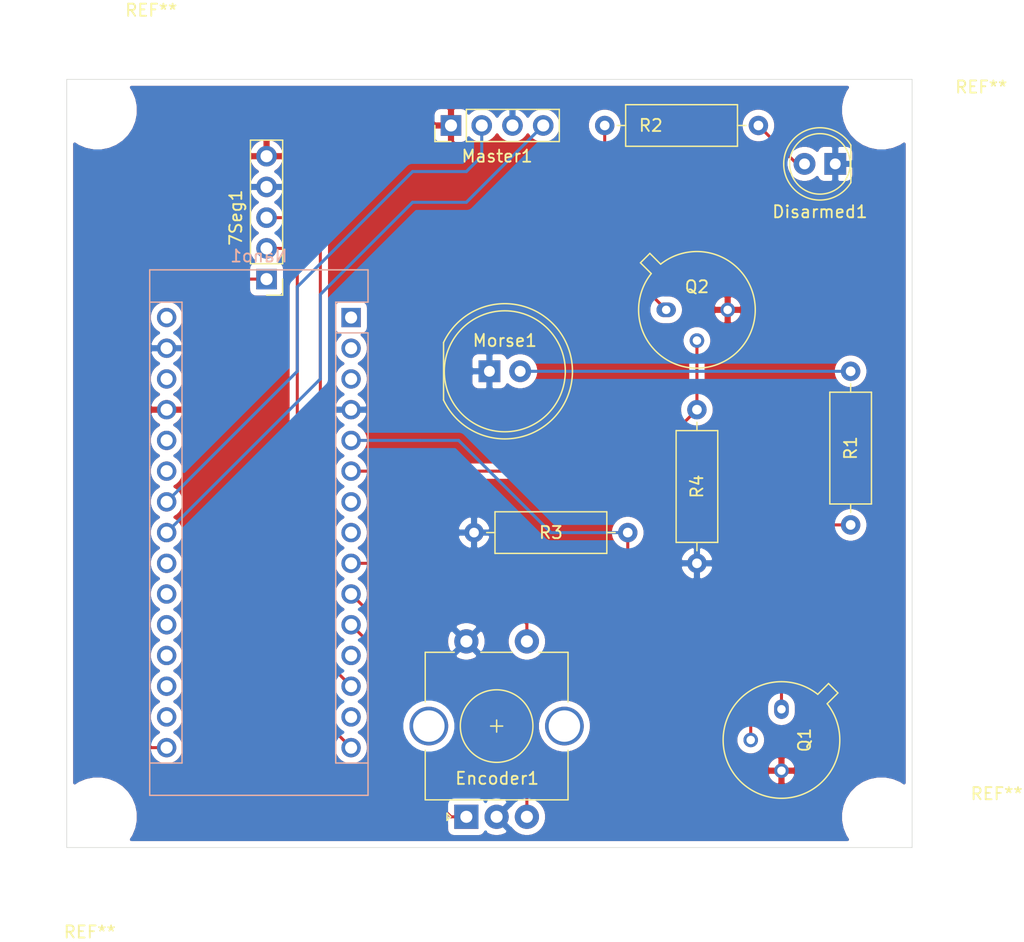
<source format=kicad_pcb>
(kicad_pcb (version 20171130) (host pcbnew "(5.1.9)-1")

  (general
    (thickness 1.6)
    (drawings 4)
    (tracks 53)
    (zones 0)
    (modules 16)
    (nets 34)
  )

  (page A4)
  (layers
    (0 F.Cu signal)
    (31 B.Cu signal)
    (32 B.Adhes user)
    (33 F.Adhes user)
    (34 B.Paste user hide)
    (35 F.Paste user)
    (36 B.SilkS user)
    (37 F.SilkS user)
    (38 B.Mask user)
    (39 F.Mask user)
    (40 Dwgs.User user)
    (41 Cmts.User user hide)
    (42 Eco1.User user hide)
    (43 Eco2.User user hide)
    (44 Edge.Cuts user)
    (45 Margin user hide)
    (46 B.CrtYd user hide)
    (47 F.CrtYd user hide)
    (48 B.Fab user)
    (49 F.Fab user)
  )

  (setup
    (last_trace_width 0.25)
    (trace_clearance 0.2)
    (zone_clearance 0.508)
    (zone_45_only no)
    (trace_min 0.2)
    (via_size 0.8)
    (via_drill 0.4)
    (via_min_size 0.4)
    (via_min_drill 0.3)
    (uvia_size 0.3)
    (uvia_drill 0.1)
    (uvias_allowed no)
    (uvia_min_size 0.2)
    (uvia_min_drill 0.1)
    (edge_width 0.05)
    (segment_width 0.2)
    (pcb_text_width 0.3)
    (pcb_text_size 1.5 1.5)
    (mod_edge_width 0.12)
    (mod_text_size 1 1)
    (mod_text_width 0.15)
    (pad_size 2.5 2.5)
    (pad_drill 2.5)
    (pad_to_mask_clearance 0)
    (aux_axis_origin 133.35 71.12)
    (grid_origin 133.35 71.12)
    (visible_elements 7FFFFFFF)
    (pcbplotparams
      (layerselection 0x010fc_ffffffff)
      (usegerberextensions false)
      (usegerberattributes true)
      (usegerberadvancedattributes true)
      (creategerberjobfile true)
      (excludeedgelayer true)
      (linewidth 0.100000)
      (plotframeref false)
      (viasonmask false)
      (mode 1)
      (useauxorigin false)
      (hpglpennumber 1)
      (hpglpenspeed 20)
      (hpglpendiameter 15.000000)
      (psnegative false)
      (psa4output false)
      (plotreference true)
      (plotvalue true)
      (plotinvisibletext false)
      (padsonsilk false)
      (subtractmaskfromsilk false)
      (outputformat 1)
      (mirror false)
      (drillshape 0)
      (scaleselection 1)
      (outputdirectory ""))
  )

  (net 0 "")
  (net 1 "Net-(7Seg1-Pad1)")
  (net 2 "Net-(7Seg1-Pad2)")
  (net 3 "Net-(Nano1-Pad30)")
  (net 4 "Net-(Nano1-Pad14)")
  (net 5 GND)
  (net 6 "Net-(7Seg1-Pad3)")
  (net 7 "Net-(Nano1-Pad28)")
  (net 8 "Net-(Nano1-Pad12)")
  (net 9 +5V)
  (net 10 "Net-(Nano1-Pad26)")
  (net 11 "Net-(Nano1-Pad25)")
  (net 12 "Net-(Nano1-Pad8)")
  (net 13 "Net-(Nano1-Pad7)")
  (net 14 "Net-(Nano1-Pad22)")
  (net 15 "Net-(Nano1-Pad6)")
  (net 16 "Net-(Nano1-Pad21)")
  (net 17 "Net-(Nano1-Pad5)")
  (net 18 "Net-(Nano1-Pad20)")
  (net 19 "Net-(Nano1-Pad19)")
  (net 20 "Net-(Nano1-Pad3)")
  (net 21 "Net-(Nano1-Pad18)")
  (net 22 "Net-(Nano1-Pad2)")
  (net 23 "Net-(Nano1-Pad17)")
  (net 24 "Net-(Nano1-Pad1)")
  (net 25 "Net-(Q1-Pad1)")
  (net 26 "Net-(Q2-Pad1)")
  (net 27 "Net-(Disarmed1-Pad2)")
  (net 28 "Net-(Encoder1-PadS1)")
  (net 29 "Net-(Encoder1-PadB)")
  (net 30 "Net-(Encoder1-PadA)")
  (net 31 "Net-(Master1-Pad4)")
  (net 32 "Net-(Master1-Pad2)")
  (net 33 "Net-(Morse1-Pad2)")

  (net_class Default "This is the default net class."
    (clearance 0.2)
    (trace_width 0.25)
    (via_dia 0.8)
    (via_drill 0.4)
    (uvia_dia 0.3)
    (uvia_drill 0.1)
    (add_net +5V)
    (add_net GND)
    (add_net "Net-(7Seg1-Pad1)")
    (add_net "Net-(7Seg1-Pad2)")
    (add_net "Net-(7Seg1-Pad3)")
    (add_net "Net-(Disarmed1-Pad2)")
    (add_net "Net-(Encoder1-PadA)")
    (add_net "Net-(Encoder1-PadB)")
    (add_net "Net-(Encoder1-PadS1)")
    (add_net "Net-(Master1-Pad2)")
    (add_net "Net-(Master1-Pad4)")
    (add_net "Net-(Morse1-Pad2)")
    (add_net "Net-(Nano1-Pad1)")
    (add_net "Net-(Nano1-Pad12)")
    (add_net "Net-(Nano1-Pad14)")
    (add_net "Net-(Nano1-Pad17)")
    (add_net "Net-(Nano1-Pad18)")
    (add_net "Net-(Nano1-Pad19)")
    (add_net "Net-(Nano1-Pad2)")
    (add_net "Net-(Nano1-Pad20)")
    (add_net "Net-(Nano1-Pad21)")
    (add_net "Net-(Nano1-Pad22)")
    (add_net "Net-(Nano1-Pad25)")
    (add_net "Net-(Nano1-Pad26)")
    (add_net "Net-(Nano1-Pad28)")
    (add_net "Net-(Nano1-Pad3)")
    (add_net "Net-(Nano1-Pad30)")
    (add_net "Net-(Nano1-Pad5)")
    (add_net "Net-(Nano1-Pad6)")
    (add_net "Net-(Nano1-Pad7)")
    (add_net "Net-(Nano1-Pad8)")
    (add_net "Net-(Q1-Pad1)")
    (add_net "Net-(Q2-Pad1)")
  )

  (module LED_THT:LED_D10.0mm (layer F.Cu) (tedit 587A3A7B) (tstamp 61096DFE)
    (at 168.275 95.25)
    (descr "LED, diameter 10.0mm, 2 pins, http://cdn-reichelt.de/documents/datenblatt/A500/LED10-4500RT%23KIN.pdf")
    (tags "LED diameter 10.0mm 2 pins")
    (path /610B674C)
    (fp_text reference Morse1 (at 1.27 -2.54) (layer F.SilkS)
      (effects (font (size 1 1) (thickness 0.15)))
    )
    (fp_text value LED (at 1.27 6.56) (layer F.Fab)
      (effects (font (size 1 1) (thickness 0.15)))
    )
    (fp_arc (start 1.27 0) (end -3.79 2.375816) (angle -154.8) (layer F.SilkS) (width 0.12))
    (fp_arc (start 1.27 0) (end -3.79 -2.375816) (angle 154.8) (layer F.SilkS) (width 0.12))
    (fp_arc (start 1.27 0) (end -3.73 -2.291288) (angle 310.8) (layer F.Fab) (width 0.1))
    (fp_circle (center 1.27 0) (end 6.27 0) (layer F.Fab) (width 0.1))
    (fp_circle (center 1.27 0) (end 6.27 0) (layer F.SilkS) (width 0.12))
    (fp_line (start -3.73 -2.291288) (end -3.73 2.291288) (layer F.Fab) (width 0.1))
    (fp_line (start -3.79 -2.376) (end -3.79 2.376) (layer F.SilkS) (width 0.12))
    (fp_line (start -4.55 -5.85) (end -4.55 5.85) (layer F.CrtYd) (width 0.05))
    (fp_line (start -4.55 5.85) (end 7.1 5.85) (layer F.CrtYd) (width 0.05))
    (fp_line (start 7.1 5.85) (end 7.1 -5.85) (layer F.CrtYd) (width 0.05))
    (fp_line (start 7.1 -5.85) (end -4.55 -5.85) (layer F.CrtYd) (width 0.05))
    (pad 2 thru_hole circle (at 2.54 0) (size 1.8 1.8) (drill 0.9) (layers *.Cu *.Mask)
      (net 33 "Net-(Morse1-Pad2)"))
    (pad 1 thru_hole rect (at 0 0) (size 1.8 1.8) (drill 0.9) (layers *.Cu *.Mask)
      (net 5 GND))
    (model ${KISYS3DMOD}/LED_THT.3dshapes/LED_D10.0mm.wrl
      (at (xyz 0 0 0))
      (scale (xyz 1 1 1))
      (rotate (xyz 0 0 0))
    )
  )

  (module Module:Arduino_Nano (layer B.Cu) (tedit 58ACAF70) (tstamp 61048E8A)
    (at 156.845 90.805 180)
    (descr "Arduino Nano, http://www.mouser.com/pdfdocs/Gravitech_Arduino_Nano3_0.pdf")
    (tags "Arduino Nano")
    (path /6103F115)
    (fp_text reference Nano1 (at 7.62 5.08) (layer B.SilkS)
      (effects (font (size 1 1) (thickness 0.15)) (justify mirror))
    )
    (fp_text value Arduino_Nano_v3.x (at 8.89 -17.78 270) (layer B.Fab)
      (effects (font (size 1 1) (thickness 0.15)) (justify mirror))
    )
    (fp_text user %R (at 5.715 -21.59 270) (layer B.Fab)
      (effects (font (size 1 1) (thickness 0.15)) (justify mirror))
    )
    (fp_line (start 1.27 -1.27) (end 1.27 1.27) (layer B.SilkS) (width 0.12))
    (fp_line (start 1.27 1.27) (end -1.4 1.27) (layer B.SilkS) (width 0.12))
    (fp_line (start -1.4 -1.27) (end -1.4 -39.5) (layer B.SilkS) (width 0.12))
    (fp_line (start -1.4 3.94) (end -1.4 1.27) (layer B.SilkS) (width 0.12))
    (fp_line (start 13.97 1.27) (end 16.64 1.27) (layer B.SilkS) (width 0.12))
    (fp_line (start 13.97 1.27) (end 13.97 -36.83) (layer B.SilkS) (width 0.12))
    (fp_line (start 13.97 -36.83) (end 16.64 -36.83) (layer B.SilkS) (width 0.12))
    (fp_line (start 1.27 -1.27) (end -1.4 -1.27) (layer B.SilkS) (width 0.12))
    (fp_line (start 1.27 -1.27) (end 1.27 -36.83) (layer B.SilkS) (width 0.12))
    (fp_line (start 1.27 -36.83) (end -1.4 -36.83) (layer B.SilkS) (width 0.12))
    (fp_line (start 3.81 -31.75) (end 11.43 -31.75) (layer B.Fab) (width 0.1))
    (fp_line (start 11.43 -31.75) (end 11.43 -41.91) (layer B.Fab) (width 0.1))
    (fp_line (start 11.43 -41.91) (end 3.81 -41.91) (layer B.Fab) (width 0.1))
    (fp_line (start 3.81 -41.91) (end 3.81 -31.75) (layer B.Fab) (width 0.1))
    (fp_line (start -1.4 -39.5) (end 16.64 -39.5) (layer B.SilkS) (width 0.12))
    (fp_line (start 16.64 -39.5) (end 16.64 3.94) (layer B.SilkS) (width 0.12))
    (fp_line (start 16.64 3.94) (end -1.4 3.94) (layer B.SilkS) (width 0.12))
    (fp_line (start 16.51 -39.37) (end -1.27 -39.37) (layer B.Fab) (width 0.1))
    (fp_line (start -1.27 -39.37) (end -1.27 2.54) (layer B.Fab) (width 0.1))
    (fp_line (start -1.27 2.54) (end 0 3.81) (layer B.Fab) (width 0.1))
    (fp_line (start 0 3.81) (end 16.51 3.81) (layer B.Fab) (width 0.1))
    (fp_line (start 16.51 3.81) (end 16.51 -39.37) (layer B.Fab) (width 0.1))
    (fp_line (start -1.53 4.06) (end 16.75 4.06) (layer B.CrtYd) (width 0.05))
    (fp_line (start -1.53 4.06) (end -1.53 -42.16) (layer B.CrtYd) (width 0.05))
    (fp_line (start 16.75 -42.16) (end 16.75 4.06) (layer B.CrtYd) (width 0.05))
    (fp_line (start 16.75 -42.16) (end -1.53 -42.16) (layer B.CrtYd) (width 0.05))
    (pad 16 thru_hole oval (at 15.24 -35.56 180) (size 1.6 1.6) (drill 1) (layers *.Cu *.Mask)
      (net 1 "Net-(7Seg1-Pad1)"))
    (pad 15 thru_hole oval (at 0 -35.56 180) (size 1.6 1.6) (drill 1) (layers *.Cu *.Mask)
      (net 2 "Net-(7Seg1-Pad2)"))
    (pad 30 thru_hole oval (at 15.24 0 180) (size 1.6 1.6) (drill 1) (layers *.Cu *.Mask)
      (net 3 "Net-(Nano1-Pad30)"))
    (pad 14 thru_hole oval (at 0 -33.02 180) (size 1.6 1.6) (drill 1) (layers *.Cu *.Mask)
      (net 4 "Net-(Nano1-Pad14)"))
    (pad 29 thru_hole oval (at 15.24 -2.54 180) (size 1.6 1.6) (drill 1) (layers *.Cu *.Mask)
      (net 5 GND))
    (pad 13 thru_hole oval (at 0 -30.48 180) (size 1.6 1.6) (drill 1) (layers *.Cu *.Mask)
      (net 6 "Net-(7Seg1-Pad3)"))
    (pad 28 thru_hole oval (at 15.24 -5.08 180) (size 1.6 1.6) (drill 1) (layers *.Cu *.Mask)
      (net 7 "Net-(Nano1-Pad28)"))
    (pad 12 thru_hole oval (at 0 -27.94 180) (size 1.6 1.6) (drill 1) (layers *.Cu *.Mask)
      (net 8 "Net-(Nano1-Pad12)"))
    (pad 27 thru_hole oval (at 15.24 -7.62 180) (size 1.6 1.6) (drill 1) (layers *.Cu *.Mask)
      (net 9 +5V))
    (pad 11 thru_hole oval (at 0 -25.4 180) (size 1.6 1.6) (drill 1) (layers *.Cu *.Mask)
      (net 30 "Net-(Encoder1-PadA)"))
    (pad 26 thru_hole oval (at 15.24 -10.16 180) (size 1.6 1.6) (drill 1) (layers *.Cu *.Mask)
      (net 10 "Net-(Nano1-Pad26)"))
    (pad 10 thru_hole oval (at 0 -22.86 180) (size 1.6 1.6) (drill 1) (layers *.Cu *.Mask)
      (net 29 "Net-(Encoder1-PadB)"))
    (pad 25 thru_hole oval (at 15.24 -12.7 180) (size 1.6 1.6) (drill 1) (layers *.Cu *.Mask)
      (net 11 "Net-(Nano1-Pad25)"))
    (pad 9 thru_hole oval (at 0 -20.32 180) (size 1.6 1.6) (drill 1) (layers *.Cu *.Mask)
      (net 28 "Net-(Encoder1-PadS1)"))
    (pad 24 thru_hole oval (at 15.24 -15.24 180) (size 1.6 1.6) (drill 1) (layers *.Cu *.Mask)
      (net 32 "Net-(Master1-Pad2)"))
    (pad 8 thru_hole oval (at 0 -17.78 180) (size 1.6 1.6) (drill 1) (layers *.Cu *.Mask)
      (net 12 "Net-(Nano1-Pad8)"))
    (pad 23 thru_hole oval (at 15.24 -17.78 180) (size 1.6 1.6) (drill 1) (layers *.Cu *.Mask)
      (net 31 "Net-(Master1-Pad4)"))
    (pad 7 thru_hole oval (at 0 -15.24 180) (size 1.6 1.6) (drill 1) (layers *.Cu *.Mask)
      (net 13 "Net-(Nano1-Pad7)"))
    (pad 22 thru_hole oval (at 15.24 -20.32 180) (size 1.6 1.6) (drill 1) (layers *.Cu *.Mask)
      (net 14 "Net-(Nano1-Pad22)"))
    (pad 6 thru_hole oval (at 0 -12.7 180) (size 1.6 1.6) (drill 1) (layers *.Cu *.Mask)
      (net 15 "Net-(Nano1-Pad6)"))
    (pad 21 thru_hole oval (at 15.24 -22.86 180) (size 1.6 1.6) (drill 1) (layers *.Cu *.Mask)
      (net 16 "Net-(Nano1-Pad21)"))
    (pad 5 thru_hole oval (at 0 -10.16 180) (size 1.6 1.6) (drill 1) (layers *.Cu *.Mask)
      (net 17 "Net-(Nano1-Pad5)"))
    (pad 20 thru_hole oval (at 15.24 -25.4 180) (size 1.6 1.6) (drill 1) (layers *.Cu *.Mask)
      (net 18 "Net-(Nano1-Pad20)"))
    (pad 4 thru_hole oval (at 0 -7.62 180) (size 1.6 1.6) (drill 1) (layers *.Cu *.Mask)
      (net 5 GND))
    (pad 19 thru_hole oval (at 15.24 -27.94 180) (size 1.6 1.6) (drill 1) (layers *.Cu *.Mask)
      (net 19 "Net-(Nano1-Pad19)"))
    (pad 3 thru_hole oval (at 0 -5.08 180) (size 1.6 1.6) (drill 1) (layers *.Cu *.Mask)
      (net 20 "Net-(Nano1-Pad3)"))
    (pad 18 thru_hole oval (at 15.24 -30.48 180) (size 1.6 1.6) (drill 1) (layers *.Cu *.Mask)
      (net 21 "Net-(Nano1-Pad18)"))
    (pad 2 thru_hole oval (at 0 -2.54 180) (size 1.6 1.6) (drill 1) (layers *.Cu *.Mask)
      (net 22 "Net-(Nano1-Pad2)"))
    (pad 17 thru_hole oval (at 15.24 -33.02 180) (size 1.6 1.6) (drill 1) (layers *.Cu *.Mask)
      (net 23 "Net-(Nano1-Pad17)"))
    (pad 1 thru_hole rect (at 0 0 180) (size 1.6 1.6) (drill 1) (layers *.Cu *.Mask)
      (net 24 "Net-(Nano1-Pad1)"))
    (model ${KISYS3DMOD}/Module.3dshapes/Arduino_Nano_WithMountingHoles.wrl
      (at (xyz 0 0 0))
      (scale (xyz 1 1 1))
      (rotate (xyz 0 0 0))
    )
  )

  (module LED_THT:LED_D5.0mm (layer F.Cu) (tedit 5995936A) (tstamp 61096E10)
    (at 196.85 78.105 180)
    (descr "LED, diameter 5.0mm, 2 pins, http://cdn-reichelt.de/documents/datenblatt/A500/LL-504BC2E-009.pdf")
    (tags "LED diameter 5.0mm 2 pins")
    (path /610B5617)
    (fp_text reference Disarmed1 (at 1.27 -3.96) (layer F.SilkS)
      (effects (font (size 1 1) (thickness 0.15)))
    )
    (fp_text value LED (at 1.27 3.96) (layer F.Fab)
      (effects (font (size 1 1) (thickness 0.15)))
    )
    (fp_text user %R (at 1.25 0) (layer F.Fab)
      (effects (font (size 0.8 0.8) (thickness 0.2)))
    )
    (fp_arc (start 1.27 0) (end -1.29 1.54483) (angle -148.9) (layer F.SilkS) (width 0.12))
    (fp_arc (start 1.27 0) (end -1.29 -1.54483) (angle 148.9) (layer F.SilkS) (width 0.12))
    (fp_arc (start 1.27 0) (end -1.23 -1.469694) (angle 299.1) (layer F.Fab) (width 0.1))
    (fp_circle (center 1.27 0) (end 3.77 0) (layer F.Fab) (width 0.1))
    (fp_circle (center 1.27 0) (end 3.77 0) (layer F.SilkS) (width 0.12))
    (fp_line (start -1.23 -1.469694) (end -1.23 1.469694) (layer F.Fab) (width 0.1))
    (fp_line (start -1.29 -1.545) (end -1.29 1.545) (layer F.SilkS) (width 0.12))
    (fp_line (start -1.95 -3.25) (end -1.95 3.25) (layer F.CrtYd) (width 0.05))
    (fp_line (start -1.95 3.25) (end 4.5 3.25) (layer F.CrtYd) (width 0.05))
    (fp_line (start 4.5 3.25) (end 4.5 -3.25) (layer F.CrtYd) (width 0.05))
    (fp_line (start 4.5 -3.25) (end -1.95 -3.25) (layer F.CrtYd) (width 0.05))
    (pad 2 thru_hole circle (at 2.54 0 180) (size 1.8 1.8) (drill 0.9) (layers *.Cu *.Mask)
      (net 27 "Net-(Disarmed1-Pad2)"))
    (pad 1 thru_hole rect (at 0 0 180) (size 1.8 1.8) (drill 0.9) (layers *.Cu *.Mask)
      (net 5 GND))
    (model ${KISYS3DMOD}/LED_THT.3dshapes/LED_D5.0mm.wrl
      (at (xyz 0 0 0))
      (scale (xyz 1 1 1))
      (rotate (xyz 0 0 0))
    )
  )

  (module MountingHole:MountingHole_2.5mm (layer F.Cu) (tedit 610ADD19) (tstamp 61066581)
    (at 135.89 132.08)
    (descr "Mounting Hole 2.5mm, no annular")
    (tags "mounting hole 2.5mm no annular")
    (attr virtual)
    (fp_text reference REF** (at -0.635 9.525) (layer F.SilkS)
      (effects (font (size 1 1) (thickness 0.15)))
    )
    (fp_text value MountingHole_2.5mm (at 0 3.5) (layer F.Fab)
      (effects (font (size 1 1) (thickness 0.15)))
    )
    (fp_circle (center 0 0) (end 2.75 0) (layer F.CrtYd) (width 0.05))
    (fp_circle (center 0 0) (end 2.5 0) (layer Cmts.User) (width 0.15))
    (fp_text user %R (at 0.3 0) (layer F.Fab)
      (effects (font (size 1 1) (thickness 0.15)))
    )
    (pad "" np_thru_hole circle (at 0 0) (size 2.5 2.5) (drill 2.5) (layers *.Cu *.Mask)
      (clearance 2))
  )

  (module MountingHole:MountingHole_2.5mm (layer F.Cu) (tedit 610ADD0B) (tstamp 6106655D)
    (at 200.66 132.08)
    (descr "Mounting Hole 2.5mm, no annular")
    (tags "mounting hole 2.5mm no annular")
    (attr virtual)
    (fp_text reference REF** (at 9.525 -1.905) (layer F.SilkS)
      (effects (font (size 1 1) (thickness 0.15)))
    )
    (fp_text value MountingHole_2.5mm (at 0 3.5) (layer F.Fab)
      (effects (font (size 1 1) (thickness 0.15)))
    )
    (fp_circle (center 0 0) (end 2.75 0) (layer F.CrtYd) (width 0.05))
    (fp_circle (center 0 0) (end 2.5 0) (layer Cmts.User) (width 0.15))
    (fp_text user %R (at 0.3 0) (layer F.Fab)
      (effects (font (size 1 1) (thickness 0.15)))
    )
    (pad "" np_thru_hole circle (at 0 0) (size 2.5 2.5) (drill 2.5) (layers *.Cu *.Mask)
      (clearance 2))
  )

  (module MountingHole:MountingHole_2.5mm (layer F.Cu) (tedit 610ADE32) (tstamp 61066539)
    (at 200.66 73.66)
    (descr "Mounting Hole 2.5mm, no annular")
    (tags "mounting hole 2.5mm no annular")
    (attr virtual)
    (fp_text reference REF** (at 8.255 -1.905) (layer F.SilkS)
      (effects (font (size 1 1) (thickness 0.15)))
    )
    (fp_text value MountingHole_2.5mm (at 0 3.5) (layer F.Fab)
      (effects (font (size 1 1) (thickness 0.15)))
    )
    (fp_circle (center 0 0) (end 2.75 0) (layer F.CrtYd) (width 0.05))
    (fp_circle (center 0 0) (end 2.5 0) (layer Cmts.User) (width 0.15))
    (fp_text user %R (at 0.3 0) (layer F.Fab)
      (effects (font (size 1 1) (thickness 0.15)))
    )
    (pad "" np_thru_hole circle (at 0 0) (size 2.5 2.5) (drill 2.5) (layers *.Cu *.Mask)
      (clearance 2))
  )

  (module MountingHole:MountingHole_2.5mm (layer F.Cu) (tedit 610ADD83) (tstamp 61066515)
    (at 135.89 73.66)
    (descr "Mounting Hole 2.5mm, no annular")
    (tags "mounting hole 2.5mm no annular")
    (attr virtual)
    (fp_text reference REF** (at 4.445 -8.255) (layer F.SilkS)
      (effects (font (size 1 1) (thickness 0.15)))
    )
    (fp_text value MountingHole_2.5mm (at 0 3.5) (layer F.Fab)
      (effects (font (size 1 1) (thickness 0.15)))
    )
    (fp_circle (center 0 0) (end 2.75 0) (layer F.CrtYd) (width 0.05))
    (fp_circle (center 0 0) (end 2.5 0) (layer Cmts.User) (width 0.15))
    (pad "" np_thru_hole circle (at 0 0) (size 2.5 2.5) (drill 2.5) (layers *.Cu *.Mask)
      (clearance 2))
  )

  (module Rotary_Encoder:RotaryEncoder_Alps_EC11E-Switch_Vertical_H20mm_CircularMountingHoles (layer F.Cu) (tedit 5A74C8DD) (tstamp 610854DD)
    (at 166.37 132.08 90)
    (descr "Alps rotary encoder, EC12E... with switch, vertical shaft, mounting holes with circular drills, http://www.alps.com/prod/info/E/HTML/Encoder/Incremental/EC11/EC11E15204A3.html")
    (tags "rotary encoder")
    (path /61085799)
    (fp_text reference Encoder1 (at 3.175 2.54 180) (layer F.SilkS)
      (effects (font (size 1 1) (thickness 0.15)))
    )
    (fp_text value Rotary_Encoder_Switch (at 7.5 10.4 90) (layer F.Fab)
      (effects (font (size 1 1) (thickness 0.15)))
    )
    (fp_circle (center 7.5 2.5) (end 10.5 2.5) (layer F.Fab) (width 0.12))
    (fp_circle (center 7.5 2.5) (end 10.5 2.5) (layer F.SilkS) (width 0.12))
    (fp_line (start 16 10.2) (end -1.5 10.2) (layer F.CrtYd) (width 0.05))
    (fp_line (start 16 10.2) (end 16 -5.2) (layer F.CrtYd) (width 0.05))
    (fp_line (start -1.5 -5.2) (end -1.5 10.2) (layer F.CrtYd) (width 0.05))
    (fp_line (start -1.5 -5.2) (end 16 -5.2) (layer F.CrtYd) (width 0.05))
    (fp_line (start 2.5 -3.3) (end 13.5 -3.3) (layer F.Fab) (width 0.12))
    (fp_line (start 13.5 -3.3) (end 13.5 8.3) (layer F.Fab) (width 0.12))
    (fp_line (start 13.5 8.3) (end 1.5 8.3) (layer F.Fab) (width 0.12))
    (fp_line (start 1.5 8.3) (end 1.5 -2.2) (layer F.Fab) (width 0.12))
    (fp_line (start 1.5 -2.2) (end 2.5 -3.3) (layer F.Fab) (width 0.12))
    (fp_line (start 9.5 -3.4) (end 13.6 -3.4) (layer F.SilkS) (width 0.12))
    (fp_line (start 13.6 8.4) (end 9.5 8.4) (layer F.SilkS) (width 0.12))
    (fp_line (start 5.5 8.4) (end 1.4 8.4) (layer F.SilkS) (width 0.12))
    (fp_line (start 5.5 -3.4) (end 1.4 -3.4) (layer F.SilkS) (width 0.12))
    (fp_line (start 1.4 -3.4) (end 1.4 8.4) (layer F.SilkS) (width 0.12))
    (fp_line (start 0 -1.3) (end -0.3 -1.6) (layer F.SilkS) (width 0.12))
    (fp_line (start -0.3 -1.6) (end 0.3 -1.6) (layer F.SilkS) (width 0.12))
    (fp_line (start 0.3 -1.6) (end 0 -1.3) (layer F.SilkS) (width 0.12))
    (fp_line (start 7.5 -0.5) (end 7.5 5.5) (layer F.Fab) (width 0.12))
    (fp_line (start 4.5 2.5) (end 10.5 2.5) (layer F.Fab) (width 0.12))
    (fp_line (start 13.6 -3.4) (end 13.6 -1) (layer F.SilkS) (width 0.12))
    (fp_line (start 13.6 1.2) (end 13.6 3.8) (layer F.SilkS) (width 0.12))
    (fp_line (start 13.6 6) (end 13.6 8.4) (layer F.SilkS) (width 0.12))
    (fp_line (start 7.5 2) (end 7.5 3) (layer F.SilkS) (width 0.12))
    (fp_line (start 7 2.5) (end 8 2.5) (layer F.SilkS) (width 0.12))
    (fp_text user %R (at 11.1 6.3 90) (layer F.Fab)
      (effects (font (size 1 1) (thickness 0.15)))
    )
    (pad S1 thru_hole circle (at 14.5 5 90) (size 2 2) (drill 1) (layers *.Cu *.Mask)
      (net 28 "Net-(Encoder1-PadS1)"))
    (pad S2 thru_hole circle (at 14.5 0 90) (size 2 2) (drill 1) (layers *.Cu *.Mask)
      (net 5 GND))
    (pad MP thru_hole circle (at 7.5 8.1 90) (size 3.2 3.2) (drill 2.6) (layers *.Cu *.Mask))
    (pad MP thru_hole circle (at 7.5 -3.1 90) (size 3.2 3.2) (drill 2.6) (layers *.Cu *.Mask))
    (pad B thru_hole circle (at 0 5 90) (size 2 2) (drill 1) (layers *.Cu *.Mask)
      (net 29 "Net-(Encoder1-PadB)"))
    (pad C thru_hole circle (at 0 2.5 90) (size 2 2) (drill 1) (layers *.Cu *.Mask)
      (net 5 GND))
    (pad A thru_hole rect (at 0 0 90) (size 2 2) (drill 1) (layers *.Cu *.Mask)
      (net 30 "Net-(Encoder1-PadA)"))
    (model ${KISYS3DMOD}/Rotary_Encoder.3dshapes/RotaryEncoder_Alps_EC11E-Switch_Vertical_H20mm_CircularMountingHoles.wrl
      (at (xyz 0 0 0))
      (scale (xyz 1 1 1))
      (rotate (xyz 0 0 0))
    )
  )

  (module Resistor_THT:R_Axial_DIN0309_L9.0mm_D3.2mm_P12.70mm_Horizontal (layer F.Cu) (tedit 5AE5139B) (tstamp 6108485B)
    (at 185.42 98.425 270)
    (descr "Resistor, Axial_DIN0309 series, Axial, Horizontal, pin pitch=12.7mm, 0.5W = 1/2W, length*diameter=9*3.2mm^2, http://cdn-reichelt.de/documents/datenblatt/B400/1_4W%23YAG.pdf")
    (tags "Resistor Axial_DIN0309 series Axial Horizontal pin pitch 12.7mm 0.5W = 1/2W length 9mm diameter 3.2mm")
    (path /61084C3D)
    (fp_text reference R4 (at 6.35 0 90) (layer F.SilkS)
      (effects (font (size 1 1) (thickness 0.15)))
    )
    (fp_text value R (at 6.35 2.72 90) (layer F.Fab)
      (effects (font (size 1 1) (thickness 0.15)))
    )
    (fp_text user %R (at 6.35 0 90) (layer F.Fab)
      (effects (font (size 1 1) (thickness 0.15)))
    )
    (fp_line (start 1.85 -1.6) (end 1.85 1.6) (layer F.Fab) (width 0.1))
    (fp_line (start 1.85 1.6) (end 10.85 1.6) (layer F.Fab) (width 0.1))
    (fp_line (start 10.85 1.6) (end 10.85 -1.6) (layer F.Fab) (width 0.1))
    (fp_line (start 10.85 -1.6) (end 1.85 -1.6) (layer F.Fab) (width 0.1))
    (fp_line (start 0 0) (end 1.85 0) (layer F.Fab) (width 0.1))
    (fp_line (start 12.7 0) (end 10.85 0) (layer F.Fab) (width 0.1))
    (fp_line (start 1.73 -1.72) (end 1.73 1.72) (layer F.SilkS) (width 0.12))
    (fp_line (start 1.73 1.72) (end 10.97 1.72) (layer F.SilkS) (width 0.12))
    (fp_line (start 10.97 1.72) (end 10.97 -1.72) (layer F.SilkS) (width 0.12))
    (fp_line (start 10.97 -1.72) (end 1.73 -1.72) (layer F.SilkS) (width 0.12))
    (fp_line (start 1.04 0) (end 1.73 0) (layer F.SilkS) (width 0.12))
    (fp_line (start 11.66 0) (end 10.97 0) (layer F.SilkS) (width 0.12))
    (fp_line (start -1.05 -1.85) (end -1.05 1.85) (layer F.CrtYd) (width 0.05))
    (fp_line (start -1.05 1.85) (end 13.75 1.85) (layer F.CrtYd) (width 0.05))
    (fp_line (start 13.75 1.85) (end 13.75 -1.85) (layer F.CrtYd) (width 0.05))
    (fp_line (start 13.75 -1.85) (end -1.05 -1.85) (layer F.CrtYd) (width 0.05))
    (pad 2 thru_hole oval (at 12.7 0 270) (size 1.6 1.6) (drill 0.8) (layers *.Cu *.Mask)
      (net 5 GND))
    (pad 1 thru_hole circle (at 0 0 270) (size 1.6 1.6) (drill 0.8) (layers *.Cu *.Mask)
      (net 15 "Net-(Nano1-Pad6)"))
    (model ${KISYS3DMOD}/Resistor_THT.3dshapes/R_Axial_DIN0309_L9.0mm_D3.2mm_P12.70mm_Horizontal.wrl
      (at (xyz 0 0 0))
      (scale (xyz 1 1 1))
      (rotate (xyz 0 0 0))
    )
  )

  (module Resistor_THT:R_Axial_DIN0309_L9.0mm_D3.2mm_P12.70mm_Horizontal (layer F.Cu) (tedit 5AE5139B) (tstamp 61084844)
    (at 179.705 108.585 180)
    (descr "Resistor, Axial_DIN0309 series, Axial, Horizontal, pin pitch=12.7mm, 0.5W = 1/2W, length*diameter=9*3.2mm^2, http://cdn-reichelt.de/documents/datenblatt/B400/1_4W%23YAG.pdf")
    (tags "Resistor Axial_DIN0309 series Axial Horizontal pin pitch 12.7mm 0.5W = 1/2W length 9mm diameter 3.2mm")
    (path /6108410E)
    (fp_text reference R3 (at 6.35 0) (layer F.SilkS)
      (effects (font (size 1 1) (thickness 0.15)))
    )
    (fp_text value R (at 6.35 2.72) (layer F.Fab)
      (effects (font (size 1 1) (thickness 0.15)))
    )
    (fp_text user %R (at 5.08 0) (layer F.Fab)
      (effects (font (size 1 1) (thickness 0.15)))
    )
    (fp_line (start 1.85 -1.6) (end 1.85 1.6) (layer F.Fab) (width 0.1))
    (fp_line (start 1.85 1.6) (end 10.85 1.6) (layer F.Fab) (width 0.1))
    (fp_line (start 10.85 1.6) (end 10.85 -1.6) (layer F.Fab) (width 0.1))
    (fp_line (start 10.85 -1.6) (end 1.85 -1.6) (layer F.Fab) (width 0.1))
    (fp_line (start 0 0) (end 1.85 0) (layer F.Fab) (width 0.1))
    (fp_line (start 12.7 0) (end 10.85 0) (layer F.Fab) (width 0.1))
    (fp_line (start 1.73 -1.72) (end 1.73 1.72) (layer F.SilkS) (width 0.12))
    (fp_line (start 1.73 1.72) (end 10.97 1.72) (layer F.SilkS) (width 0.12))
    (fp_line (start 10.97 1.72) (end 10.97 -1.72) (layer F.SilkS) (width 0.12))
    (fp_line (start 10.97 -1.72) (end 1.73 -1.72) (layer F.SilkS) (width 0.12))
    (fp_line (start 1.04 0) (end 1.73 0) (layer F.SilkS) (width 0.12))
    (fp_line (start 11.66 0) (end 10.97 0) (layer F.SilkS) (width 0.12))
    (fp_line (start -1.05 -1.85) (end -1.05 1.85) (layer F.CrtYd) (width 0.05))
    (fp_line (start -1.05 1.85) (end 13.75 1.85) (layer F.CrtYd) (width 0.05))
    (fp_line (start 13.75 1.85) (end 13.75 -1.85) (layer F.CrtYd) (width 0.05))
    (fp_line (start 13.75 -1.85) (end -1.05 -1.85) (layer F.CrtYd) (width 0.05))
    (pad 2 thru_hole oval (at 12.7 0 180) (size 1.6 1.6) (drill 0.8) (layers *.Cu *.Mask)
      (net 5 GND))
    (pad 1 thru_hole circle (at 0 0 180) (size 1.6 1.6) (drill 0.8) (layers *.Cu *.Mask)
      (net 17 "Net-(Nano1-Pad5)"))
    (model ${KISYS3DMOD}/Resistor_THT.3dshapes/R_Axial_DIN0309_L9.0mm_D3.2mm_P12.70mm_Horizontal.wrl
      (at (xyz 0 0 0))
      (scale (xyz 1 1 1))
      (rotate (xyz 0 0 0))
    )
  )

  (module Resistor_THT:R_Axial_DIN0309_L9.0mm_D3.2mm_P12.70mm_Horizontal (layer F.Cu) (tedit 5AE5139B) (tstamp 610548EB)
    (at 177.8 74.93)
    (descr "Resistor, Axial_DIN0309 series, Axial, Horizontal, pin pitch=12.7mm, 0.5W = 1/2W, length*diameter=9*3.2mm^2, http://cdn-reichelt.de/documents/datenblatt/B400/1_4W%23YAG.pdf")
    (tags "Resistor Axial_DIN0309 series Axial Horizontal pin pitch 12.7mm 0.5W = 1/2W length 9mm diameter 3.2mm")
    (path /61056D92)
    (fp_text reference R2 (at 3.81 0) (layer F.SilkS)
      (effects (font (size 1 1) (thickness 0.15)))
    )
    (fp_text value R (at 6.35 2.72) (layer F.Fab)
      (effects (font (size 1 1) (thickness 0.15)))
    )
    (fp_text user %R (at 6.35 0 90) (layer F.Fab)
      (effects (font (size 1 1) (thickness 0.15)))
    )
    (fp_line (start 13.75 -1.85) (end -1.05 -1.85) (layer F.CrtYd) (width 0.05))
    (fp_line (start 13.75 1.85) (end 13.75 -1.85) (layer F.CrtYd) (width 0.05))
    (fp_line (start -1.05 1.85) (end 13.75 1.85) (layer F.CrtYd) (width 0.05))
    (fp_line (start -1.05 -1.85) (end -1.05 1.85) (layer F.CrtYd) (width 0.05))
    (fp_line (start 11.66 0) (end 10.97 0) (layer F.SilkS) (width 0.12))
    (fp_line (start 1.04 0) (end 1.73 0) (layer F.SilkS) (width 0.12))
    (fp_line (start 10.97 -1.72) (end 1.73 -1.72) (layer F.SilkS) (width 0.12))
    (fp_line (start 10.97 1.72) (end 10.97 -1.72) (layer F.SilkS) (width 0.12))
    (fp_line (start 1.73 1.72) (end 10.97 1.72) (layer F.SilkS) (width 0.12))
    (fp_line (start 1.73 -1.72) (end 1.73 1.72) (layer F.SilkS) (width 0.12))
    (fp_line (start 12.7 0) (end 10.85 0) (layer F.Fab) (width 0.1))
    (fp_line (start 0 0) (end 1.85 0) (layer F.Fab) (width 0.1))
    (fp_line (start 10.85 -1.6) (end 1.85 -1.6) (layer F.Fab) (width 0.1))
    (fp_line (start 10.85 1.6) (end 10.85 -1.6) (layer F.Fab) (width 0.1))
    (fp_line (start 1.85 1.6) (end 10.85 1.6) (layer F.Fab) (width 0.1))
    (fp_line (start 1.85 -1.6) (end 1.85 1.6) (layer F.Fab) (width 0.1))
    (pad 1 thru_hole circle (at 0 0) (size 1.6 1.6) (drill 0.8) (layers *.Cu *.Mask)
      (net 26 "Net-(Q2-Pad1)"))
    (pad 2 thru_hole oval (at 12.7 0) (size 1.6 1.6) (drill 0.8) (layers *.Cu *.Mask)
      (net 27 "Net-(Disarmed1-Pad2)"))
    (model ${KISYS3DMOD}/Resistor_THT.3dshapes/R_Axial_DIN0309_L9.0mm_D3.2mm_P12.70mm_Horizontal.wrl
      (at (xyz 0 0 0))
      (scale (xyz 1 1 1))
      (rotate (xyz 0 0 0))
    )
  )

  (module Resistor_THT:R_Axial_DIN0309_L9.0mm_D3.2mm_P12.70mm_Horizontal (layer F.Cu) (tedit 5AE5139B) (tstamp 610548D4)
    (at 198.12 107.95 90)
    (descr "Resistor, Axial_DIN0309 series, Axial, Horizontal, pin pitch=12.7mm, 0.5W = 1/2W, length*diameter=9*3.2mm^2, http://cdn-reichelt.de/documents/datenblatt/B400/1_4W%23YAG.pdf")
    (tags "Resistor Axial_DIN0309 series Axial Horizontal pin pitch 12.7mm 0.5W = 1/2W length 9mm diameter 3.2mm")
    (path /6104E96F)
    (fp_text reference R1 (at 6.35 0 90) (layer F.SilkS)
      (effects (font (size 1 1) (thickness 0.15)))
    )
    (fp_text value R (at 6.35 2.72 90) (layer F.Fab)
      (effects (font (size 1 1) (thickness 0.15)))
    )
    (fp_line (start 1.85 -1.6) (end 1.85 1.6) (layer F.Fab) (width 0.1))
    (fp_line (start 1.85 1.6) (end 10.85 1.6) (layer F.Fab) (width 0.1))
    (fp_line (start 10.85 1.6) (end 10.85 -1.6) (layer F.Fab) (width 0.1))
    (fp_line (start 10.85 -1.6) (end 1.85 -1.6) (layer F.Fab) (width 0.1))
    (fp_line (start 0 0) (end 1.85 0) (layer F.Fab) (width 0.1))
    (fp_line (start 12.7 0) (end 10.85 0) (layer F.Fab) (width 0.1))
    (fp_line (start 1.73 -1.72) (end 1.73 1.72) (layer F.SilkS) (width 0.12))
    (fp_line (start 1.73 1.72) (end 10.97 1.72) (layer F.SilkS) (width 0.12))
    (fp_line (start 10.97 1.72) (end 10.97 -1.72) (layer F.SilkS) (width 0.12))
    (fp_line (start 10.97 -1.72) (end 1.73 -1.72) (layer F.SilkS) (width 0.12))
    (fp_line (start 1.04 0) (end 1.73 0) (layer F.SilkS) (width 0.12))
    (fp_line (start 11.66 0) (end 10.97 0) (layer F.SilkS) (width 0.12))
    (fp_line (start -1.05 -1.85) (end -1.05 1.85) (layer F.CrtYd) (width 0.05))
    (fp_line (start -1.05 1.85) (end 13.75 1.85) (layer F.CrtYd) (width 0.05))
    (fp_line (start 13.75 1.85) (end 13.75 -1.85) (layer F.CrtYd) (width 0.05))
    (fp_line (start 13.75 -1.85) (end -1.05 -1.85) (layer F.CrtYd) (width 0.05))
    (fp_text user %R (at 6.35 0 90) (layer F.Fab)
      (effects (font (size 1 1) (thickness 0.15)))
    )
    (pad 2 thru_hole oval (at 12.7 0 90) (size 1.6 1.6) (drill 0.8) (layers *.Cu *.Mask)
      (net 33 "Net-(Morse1-Pad2)"))
    (pad 1 thru_hole circle (at 0 0 90) (size 1.6 1.6) (drill 0.8) (layers *.Cu *.Mask)
      (net 25 "Net-(Q1-Pad1)"))
    (model ${KISYS3DMOD}/Resistor_THT.3dshapes/R_Axial_DIN0309_L9.0mm_D3.2mm_P12.70mm_Horizontal.wrl
      (at (xyz 0 0 0))
      (scale (xyz 1 1 1))
      (rotate (xyz 0 0 0))
    )
  )

  (module Package_TO_SOT_THT:TO-39-3 (layer F.Cu) (tedit 5A02FF81) (tstamp 610548BD)
    (at 182.88 90.17)
    (descr TO-39-3)
    (tags TO-39-3)
    (path /6105728C)
    (fp_text reference Q2 (at 2.54 -1.905) (layer F.SilkS)
      (effects (font (size 1 1) (thickness 0.15)))
    )
    (fp_text value 2N2219 (at 2.54 5.82) (layer F.Fab)
      (effects (font (size 1 1) (thickness 0.15)))
    )
    (fp_line (start -0.465408 -3.61352) (end -1.27151 -4.419621) (layer F.Fab) (width 0.1))
    (fp_line (start -1.27151 -4.419621) (end -1.879621 -3.81151) (layer F.Fab) (width 0.1))
    (fp_line (start -1.879621 -3.81151) (end -1.07352 -3.005408) (layer F.Fab) (width 0.1))
    (fp_line (start -0.457084 -3.774902) (end -1.348039 -4.665856) (layer F.SilkS) (width 0.12))
    (fp_line (start -1.348039 -4.665856) (end -2.125856 -3.888039) (layer F.SilkS) (width 0.12))
    (fp_line (start -2.125856 -3.888039) (end -1.234902 -2.997084) (layer F.SilkS) (width 0.12))
    (fp_line (start -2.41 -4.95) (end -2.41 4.95) (layer F.CrtYd) (width 0.05))
    (fp_line (start -2.41 4.95) (end 7.49 4.95) (layer F.CrtYd) (width 0.05))
    (fp_line (start 7.49 4.95) (end 7.49 -4.95) (layer F.CrtYd) (width 0.05))
    (fp_line (start 7.49 -4.95) (end -2.41 -4.95) (layer F.CrtYd) (width 0.05))
    (fp_circle (center 2.54 0) (end 6.79 0) (layer F.Fab) (width 0.1))
    (fp_arc (start 2.54 0) (end -0.457084 -3.774902) (angle 346.9) (layer F.SilkS) (width 0.12))
    (fp_arc (start 2.54 0) (end -0.465408 -3.61352) (angle 349.5) (layer F.Fab) (width 0.1))
    (fp_text user %R (at 2.54 -5.82) (layer F.Fab)
      (effects (font (size 1 1) (thickness 0.15)))
    )
    (pad 3 thru_hole oval (at 5.08 0) (size 1.2 1.2) (drill 0.7) (layers *.Cu *.Mask)
      (net 9 +5V))
    (pad 2 thru_hole oval (at 2.54 2.54) (size 1.2 1.2) (drill 0.7) (layers *.Cu *.Mask)
      (net 15 "Net-(Nano1-Pad6)"))
    (pad 1 thru_hole oval (at 0 0) (size 1.6 1.2) (drill 0.7) (layers *.Cu *.Mask)
      (net 26 "Net-(Q2-Pad1)"))
    (model ${KISYS3DMOD}/Package_TO_SOT_THT.3dshapes/TO-39-3.wrl
      (at (xyz 0 0 0))
      (scale (xyz 1 1 1))
      (rotate (xyz 0 0 0))
    )
  )

  (module Connector_PinHeader_2.54mm:PinHeader_1x04_P2.54mm_Vertical (layer F.Cu) (tedit 59FED5CC) (tstamp 610547F2)
    (at 165.1 74.93 90)
    (descr "Through hole straight pin header, 1x04, 2.54mm pitch, single row")
    (tags "Through hole pin header THT 1x04 2.54mm single row")
    (path /6105BDAA)
    (fp_text reference Master1 (at -2.54 3.81 180) (layer F.SilkS)
      (effects (font (size 1 1) (thickness 0.15)))
    )
    (fp_text value Conn_01x04 (at 0 9.95 90) (layer F.Fab)
      (effects (font (size 1 1) (thickness 0.15)))
    )
    (fp_line (start -0.635 -1.27) (end 1.27 -1.27) (layer F.Fab) (width 0.1))
    (fp_line (start 1.27 -1.27) (end 1.27 8.89) (layer F.Fab) (width 0.1))
    (fp_line (start 1.27 8.89) (end -1.27 8.89) (layer F.Fab) (width 0.1))
    (fp_line (start -1.27 8.89) (end -1.27 -0.635) (layer F.Fab) (width 0.1))
    (fp_line (start -1.27 -0.635) (end -0.635 -1.27) (layer F.Fab) (width 0.1))
    (fp_line (start -1.33 8.95) (end 1.33 8.95) (layer F.SilkS) (width 0.12))
    (fp_line (start -1.33 1.27) (end -1.33 8.95) (layer F.SilkS) (width 0.12))
    (fp_line (start 1.33 1.27) (end 1.33 8.95) (layer F.SilkS) (width 0.12))
    (fp_line (start -1.33 1.27) (end 1.33 1.27) (layer F.SilkS) (width 0.12))
    (fp_line (start -1.33 0) (end -1.33 -1.33) (layer F.SilkS) (width 0.12))
    (fp_line (start -1.33 -1.33) (end 0 -1.33) (layer F.SilkS) (width 0.12))
    (fp_line (start -1.8 -1.8) (end -1.8 9.4) (layer F.CrtYd) (width 0.05))
    (fp_line (start -1.8 9.4) (end 1.8 9.4) (layer F.CrtYd) (width 0.05))
    (fp_line (start 1.8 9.4) (end 1.8 -1.8) (layer F.CrtYd) (width 0.05))
    (fp_line (start 1.8 -1.8) (end -1.8 -1.8) (layer F.CrtYd) (width 0.05))
    (fp_text user %R (at -2.54 3.81) (layer F.Fab)
      (effects (font (size 1 1) (thickness 0.15)))
    )
    (pad 4 thru_hole oval (at 0 7.62 90) (size 1.7 1.7) (drill 1) (layers *.Cu *.Mask)
      (net 31 "Net-(Master1-Pad4)"))
    (pad 3 thru_hole oval (at 0 5.08 90) (size 1.7 1.7) (drill 1) (layers *.Cu *.Mask)
      (net 5 GND))
    (pad 2 thru_hole oval (at 0 2.54 90) (size 1.7 1.7) (drill 1) (layers *.Cu *.Mask)
      (net 32 "Net-(Master1-Pad2)"))
    (pad 1 thru_hole rect (at 0 0 90) (size 1.7 1.7) (drill 1) (layers *.Cu *.Mask)
      (net 9 +5V))
    (model ${KISYS3DMOD}/Connector_PinHeader_2.54mm.3dshapes/PinHeader_1x04_P2.54mm_Vertical.wrl
      (at (xyz 0 0 0))
      (scale (xyz 1 1 1))
      (rotate (xyz 0 0 0))
    )
  )

  (module Package_TO_SOT_THT:TO-39-3 (layer F.Cu) (tedit 5A02FF81) (tstamp 61049976)
    (at 192.405 123.19 270)
    (descr TO-39-3)
    (tags TO-39-3)
    (path /6104D7BF)
    (fp_text reference Q1 (at 2.54 -1.905 90) (layer F.SilkS)
      (effects (font (size 1 1) (thickness 0.15)))
    )
    (fp_text value 2N2219 (at 2.54 5.82 90) (layer F.Fab)
      (effects (font (size 1 1) (thickness 0.15)))
    )
    (fp_circle (center 2.54 0) (end 6.79 0) (layer F.Fab) (width 0.1))
    (fp_line (start 7.49 -4.95) (end -2.41 -4.95) (layer F.CrtYd) (width 0.05))
    (fp_line (start 7.49 4.95) (end 7.49 -4.95) (layer F.CrtYd) (width 0.05))
    (fp_line (start -2.41 4.95) (end 7.49 4.95) (layer F.CrtYd) (width 0.05))
    (fp_line (start -2.41 -4.95) (end -2.41 4.95) (layer F.CrtYd) (width 0.05))
    (fp_line (start -2.125856 -3.888039) (end -1.234902 -2.997084) (layer F.SilkS) (width 0.12))
    (fp_line (start -1.348039 -4.665856) (end -2.125856 -3.888039) (layer F.SilkS) (width 0.12))
    (fp_line (start -0.457084 -3.774902) (end -1.348039 -4.665856) (layer F.SilkS) (width 0.12))
    (fp_line (start -1.879621 -3.81151) (end -1.07352 -3.005408) (layer F.Fab) (width 0.1))
    (fp_line (start -1.27151 -4.419621) (end -1.879621 -3.81151) (layer F.Fab) (width 0.1))
    (fp_line (start -0.465408 -3.61352) (end -1.27151 -4.419621) (layer F.Fab) (width 0.1))
    (fp_text user %R (at 2.54 -5.82 90) (layer F.Fab)
      (effects (font (size 1 1) (thickness 0.15)))
    )
    (fp_arc (start 2.54 0) (end -0.465408 -3.61352) (angle 349.5) (layer F.Fab) (width 0.1))
    (fp_arc (start 2.54 0) (end -0.457084 -3.774902) (angle 346.9) (layer F.SilkS) (width 0.12))
    (pad 1 thru_hole oval (at 0 0 270) (size 1.6 1.2) (drill 0.7) (layers *.Cu *.Mask)
      (net 25 "Net-(Q1-Pad1)"))
    (pad 2 thru_hole oval (at 2.54 2.54 270) (size 1.2 1.2) (drill 0.7) (layers *.Cu *.Mask)
      (net 17 "Net-(Nano1-Pad5)"))
    (pad 3 thru_hole oval (at 5.08 0 270) (size 1.2 1.2) (drill 0.7) (layers *.Cu *.Mask)
      (net 9 +5V))
    (model ${KISYS3DMOD}/Package_TO_SOT_THT.3dshapes/TO-39-3.wrl
      (at (xyz 0 0 0))
      (scale (xyz 1 1 1))
      (rotate (xyz 0 0 0))
    )
  )

  (module Connector_PinHeader_2.54mm:PinHeader_1x05_P2.54mm_Vertical (layer F.Cu) (tedit 59FED5CC) (tstamp 610495BE)
    (at 149.86 87.63 180)
    (descr "Through hole straight pin header, 1x05, 2.54mm pitch, single row")
    (tags "Through hole pin header THT 1x05 2.54mm single row")
    (path /61042CBA)
    (fp_text reference 7Seg1 (at 2.54 5.08 90) (layer F.SilkS)
      (effects (font (size 1 1) (thickness 0.15)))
    )
    (fp_text value Conn_01x05 (at 0 12.49) (layer F.Fab)
      (effects (font (size 1 1) (thickness 0.15)))
    )
    (fp_line (start -0.635 -1.27) (end 1.27 -1.27) (layer F.Fab) (width 0.1))
    (fp_line (start 1.27 -1.27) (end 1.27 11.43) (layer F.Fab) (width 0.1))
    (fp_line (start 1.27 11.43) (end -1.27 11.43) (layer F.Fab) (width 0.1))
    (fp_line (start -1.27 11.43) (end -1.27 -0.635) (layer F.Fab) (width 0.1))
    (fp_line (start -1.27 -0.635) (end -0.635 -1.27) (layer F.Fab) (width 0.1))
    (fp_line (start -1.33 11.49) (end 1.33 11.49) (layer F.SilkS) (width 0.12))
    (fp_line (start -1.33 1.27) (end -1.33 11.49) (layer F.SilkS) (width 0.12))
    (fp_line (start 1.33 1.27) (end 1.33 11.49) (layer F.SilkS) (width 0.12))
    (fp_line (start -1.33 1.27) (end 1.33 1.27) (layer F.SilkS) (width 0.12))
    (fp_line (start -1.33 0) (end -1.33 -1.33) (layer F.SilkS) (width 0.12))
    (fp_line (start -1.33 -1.33) (end 0 -1.33) (layer F.SilkS) (width 0.12))
    (fp_line (start -1.8 -1.8) (end -1.8 11.95) (layer F.CrtYd) (width 0.05))
    (fp_line (start -1.8 11.95) (end 1.8 11.95) (layer F.CrtYd) (width 0.05))
    (fp_line (start 1.8 11.95) (end 1.8 -1.8) (layer F.CrtYd) (width 0.05))
    (fp_line (start 1.8 -1.8) (end -1.8 -1.8) (layer F.CrtYd) (width 0.05))
    (fp_text user %R (at 2.54 5.08 90) (layer F.Fab)
      (effects (font (size 1 1) (thickness 0.15)))
    )
    (pad 5 thru_hole oval (at 0 10.16 180) (size 1.7 1.7) (drill 1) (layers *.Cu *.Mask)
      (net 9 +5V))
    (pad 4 thru_hole oval (at 0 7.62 180) (size 1.7 1.7) (drill 1) (layers *.Cu *.Mask)
      (net 5 GND))
    (pad 3 thru_hole oval (at 0 5.08 180) (size 1.7 1.7) (drill 1) (layers *.Cu *.Mask)
      (net 6 "Net-(7Seg1-Pad3)"))
    (pad 2 thru_hole oval (at 0 2.54 180) (size 1.7 1.7) (drill 1) (layers *.Cu *.Mask)
      (net 2 "Net-(7Seg1-Pad2)"))
    (pad 1 thru_hole rect (at 0 0 180) (size 1.7 1.7) (drill 1) (layers *.Cu *.Mask)
      (net 1 "Net-(7Seg1-Pad1)"))
    (model ${KISYS3DMOD}/Connector_PinHeader_2.54mm.3dshapes/PinHeader_1x05_P2.54mm_Vertical.wrl
      (at (xyz 0 0 0))
      (scale (xyz 1 1 1))
      (rotate (xyz 0 0 0))
    )
  )

  (gr_line (start 133.35 71.12) (end 203.2 71.12) (layer Edge.Cuts) (width 0.05) (tstamp 6106628A))
  (gr_line (start 133.35 134.62) (end 133.35 71.12) (layer Edge.Cuts) (width 0.05))
  (gr_line (start 203.2 134.62) (end 133.35 134.62) (layer Edge.Cuts) (width 0.05))
  (gr_line (start 203.2 71.12) (end 203.2 134.62) (layer Edge.Cuts) (width 0.05))

  (segment (start 139.7 87.63) (end 149.86 87.63) (width 0.25) (layer F.Cu) (net 1))
  (segment (start 137.795 89.535) (end 139.7 87.63) (width 0.25) (layer F.Cu) (net 1))
  (segment (start 140.335 126.365) (end 137.795 123.825) (width 0.25) (layer F.Cu) (net 1))
  (segment (start 137.795 123.825) (end 137.795 89.535) (width 0.25) (layer F.Cu) (net 1))
  (segment (start 141.605 126.365) (end 140.335 126.365) (width 0.25) (layer F.Cu) (net 1))
  (segment (start 149.86 85.09) (end 151.765 85.09) (width 0.25) (layer F.Cu) (net 2))
  (segment (start 151.765 85.09) (end 152.4 85.725) (width 0.25) (layer F.Cu) (net 2))
  (segment (start 152.4 85.725) (end 152.4 121.92) (width 0.25) (layer F.Cu) (net 2))
  (segment (start 152.4 121.92) (end 156.845 126.365) (width 0.25) (layer F.Cu) (net 2))
  (segment (start 156.845 121.285) (end 154.305 118.745) (width 0.25) (layer F.Cu) (net 6))
  (segment (start 154.305 118.745) (end 154.305 84.455) (width 0.25) (layer F.Cu) (net 6))
  (segment (start 152.4 82.55) (end 149.86 82.55) (width 0.25) (layer F.Cu) (net 6))
  (segment (start 154.305 84.455) (end 152.4 82.55) (width 0.25) (layer F.Cu) (net 6))
  (segment (start 180.34 103.505) (end 185.42 98.425) (width 0.25) (layer F.Cu) (net 15))
  (segment (start 156.845 103.505) (end 180.34 103.505) (width 0.25) (layer F.Cu) (net 15))
  (segment (start 185.42 98.425) (end 185.42 92.71) (width 0.25) (layer F.Cu) (net 15))
  (segment (start 189.865 125.73) (end 189.865 121.92) (width 0.25) (layer F.Cu) (net 17))
  (segment (start 162.56 100.965) (end 156.845 100.965) (width 0.25) (layer B.Cu) (net 17))
  (segment (start 179.705 111.76) (end 189.865 121.92) (width 0.25) (layer F.Cu) (net 17))
  (segment (start 179.705 108.585) (end 179.705 111.76) (width 0.25) (layer F.Cu) (net 17))
  (segment (start 179.705 108.585) (end 173.355 108.585) (width 0.25) (layer B.Cu) (net 17))
  (segment (start 173.355 108.585) (end 165.735 100.965) (width 0.25) (layer B.Cu) (net 17))
  (segment (start 162.56 100.965) (end 165.735 100.965) (width 0.25) (layer B.Cu) (net 17))
  (segment (start 195.58 107.95) (end 198.12 107.95) (width 0.25) (layer F.Cu) (net 25))
  (segment (start 192.405 111.125) (end 195.58 107.95) (width 0.25) (layer F.Cu) (net 25))
  (segment (start 192.405 123.19) (end 192.405 111.125) (width 0.25) (layer F.Cu) (net 25))
  (segment (start 177.8 85.09) (end 182.88 90.17) (width 0.25) (layer F.Cu) (net 26))
  (segment (start 177.8 74.93) (end 177.8 85.09) (width 0.25) (layer F.Cu) (net 26))
  (segment (start 193.675 78.105) (end 194.31 78.105) (width 0.25) (layer F.Cu) (net 27))
  (segment (start 190.5 74.93) (end 193.675 78.105) (width 0.25) (layer F.Cu) (net 27))
  (segment (start 171.37 117.58) (end 171.37 116.125) (width 0.25) (layer F.Cu) (net 28))
  (segment (start 166.37 111.125) (end 156.845 111.125) (width 0.25) (layer F.Cu) (net 28))
  (segment (start 171.37 116.125) (end 166.37 111.125) (width 0.25) (layer F.Cu) (net 28))
  (segment (start 171.37 132.08) (end 171.37 128.19) (width 0.25) (layer F.Cu) (net 29))
  (segment (start 171.37 128.19) (end 156.845 113.665) (width 0.25) (layer F.Cu) (net 29))
  (segment (start 166.37 132.08) (end 165.1 132.08) (width 0.25) (layer F.Cu) (net 30))
  (segment (start 165.1 132.08) (end 159.385 126.365) (width 0.25) (layer F.Cu) (net 30))
  (segment (start 159.385 118.745) (end 156.845 116.205) (width 0.25) (layer F.Cu) (net 30))
  (segment (start 159.385 126.365) (end 159.385 118.745) (width 0.25) (layer F.Cu) (net 30))
  (segment (start 172.72 74.93) (end 167.005 80.645) (width 0.25) (layer B.Cu) (net 31))
  (segment (start 161.925 81.28) (end 154.305 88.9) (width 0.25) (layer B.Cu) (net 31))
  (segment (start 154.305 95.885) (end 141.605 108.585) (width 0.25) (layer B.Cu) (net 31))
  (segment (start 154.305 88.9) (end 154.305 95.885) (width 0.25) (layer B.Cu) (net 31))
  (segment (start 161.925 81.28) (end 166.37 81.28) (width 0.25) (layer B.Cu) (net 31))
  (segment (start 166.37 81.28) (end 167.005 80.645) (width 0.25) (layer B.Cu) (net 31))
  (segment (start 141.605 106.045) (end 152.4 95.25) (width 0.25) (layer B.Cu) (net 32))
  (segment (start 152.4 95.25) (end 152.4 88.265) (width 0.25) (layer B.Cu) (net 32))
  (segment (start 152.4 88.265) (end 161.925 78.74) (width 0.25) (layer B.Cu) (net 32))
  (segment (start 161.925 78.74) (end 166.37 78.74) (width 0.25) (layer B.Cu) (net 32))
  (segment (start 167.64 77.47) (end 167.64 74.93) (width 0.25) (layer B.Cu) (net 32))
  (segment (start 166.37 78.74) (end 167.64 77.47) (width 0.25) (layer B.Cu) (net 32))
  (segment (start 192.405 95.25) (end 170.815 95.25) (width 0.25) (layer B.Cu) (net 33))
  (segment (start 198.12 95.25) (end 192.405 95.25) (width 0.25) (layer B.Cu) (net 33))

  (zone (net 5) (net_name GND) (layer B.Cu) (tstamp 610AE2A7) (hatch edge 0.508)
    (connect_pads (clearance 0.508))
    (min_thickness 0.254)
    (fill yes (arc_segments 32) (thermal_gap 0.508) (thermal_bridge_width 0.508))
    (polygon
      (pts
        (xy 203.2 134.62) (xy 133.35 134.62) (xy 133.35 71.12) (xy 203.2 71.12)
      )
    )
    (filled_polygon
      (pts
        (xy 197.667341 72.060391) (xy 197.412776 72.674965) (xy 197.283 73.327395) (xy 197.283 73.992605) (xy 197.412776 74.645035)
        (xy 197.667341 75.259609) (xy 198.036913 75.812712) (xy 198.507288 76.283087) (xy 199.060391 76.652659) (xy 199.674965 76.907224)
        (xy 200.327395 77.037) (xy 200.992605 77.037) (xy 201.645035 76.907224) (xy 202.259609 76.652659) (xy 202.54 76.465307)
        (xy 202.540001 129.274693) (xy 202.259609 129.087341) (xy 201.645035 128.832776) (xy 200.992605 128.703) (xy 200.327395 128.703)
        (xy 199.674965 128.832776) (xy 199.060391 129.087341) (xy 198.507288 129.456913) (xy 198.036913 129.927288) (xy 197.667341 130.480391)
        (xy 197.412776 131.094965) (xy 197.283 131.747395) (xy 197.283 132.412605) (xy 197.412776 133.065035) (xy 197.667341 133.679609)
        (xy 197.854692 133.96) (xy 138.695308 133.96) (xy 138.882659 133.679609) (xy 139.137224 133.065035) (xy 139.267 132.412605)
        (xy 139.267 131.747395) (xy 139.137224 131.094965) (xy 139.131026 131.08) (xy 164.731928 131.08) (xy 164.731928 133.08)
        (xy 164.744188 133.204482) (xy 164.780498 133.32418) (xy 164.839463 133.434494) (xy 164.918815 133.531185) (xy 165.015506 133.610537)
        (xy 165.12582 133.669502) (xy 165.245518 133.705812) (xy 165.37 133.718072) (xy 167.37 133.718072) (xy 167.494482 133.705812)
        (xy 167.61418 133.669502) (xy 167.724494 133.610537) (xy 167.821185 133.531185) (xy 167.900537 133.434494) (xy 167.955976 133.330777)
        (xy 168.009956 133.479814) (xy 168.299571 133.620704) (xy 168.611108 133.702384) (xy 168.932595 133.721718) (xy 169.251675 133.677961)
        (xy 169.556088 133.572795) (xy 169.730044 133.479814) (xy 169.825808 133.215413) (xy 168.87 132.259605) (xy 168.855858 132.273748)
        (xy 168.676253 132.094143) (xy 168.690395 132.08) (xy 169.049605 132.08) (xy 170.005413 133.035808) (xy 170.035075 133.025065)
        (xy 170.100013 133.122252) (xy 170.327748 133.349987) (xy 170.595537 133.528918) (xy 170.893088 133.652168) (xy 171.208967 133.715)
        (xy 171.531033 133.715) (xy 171.846912 133.652168) (xy 172.144463 133.528918) (xy 172.412252 133.349987) (xy 172.639987 133.122252)
        (xy 172.818918 132.854463) (xy 172.942168 132.556912) (xy 173.005 132.241033) (xy 173.005 131.918967) (xy 172.942168 131.603088)
        (xy 172.818918 131.305537) (xy 172.639987 131.037748) (xy 172.412252 130.810013) (xy 172.144463 130.631082) (xy 171.846912 130.507832)
        (xy 171.531033 130.445) (xy 171.208967 130.445) (xy 170.893088 130.507832) (xy 170.595537 130.631082) (xy 170.327748 130.810013)
        (xy 170.100013 131.037748) (xy 170.035075 131.134935) (xy 170.005413 131.124192) (xy 169.049605 132.08) (xy 168.690395 132.08)
        (xy 168.676253 132.065858) (xy 168.855858 131.886253) (xy 168.87 131.900395) (xy 169.825808 130.944587) (xy 169.730044 130.680186)
        (xy 169.440429 130.539296) (xy 169.128892 130.457616) (xy 168.807405 130.438282) (xy 168.488325 130.482039) (xy 168.183912 130.587205)
        (xy 168.009956 130.680186) (xy 167.955976 130.829223) (xy 167.900537 130.725506) (xy 167.821185 130.628815) (xy 167.724494 130.549463)
        (xy 167.61418 130.490498) (xy 167.494482 130.454188) (xy 167.37 130.441928) (xy 165.37 130.441928) (xy 165.245518 130.454188)
        (xy 165.12582 130.490498) (xy 165.015506 130.549463) (xy 164.918815 130.628815) (xy 164.839463 130.725506) (xy 164.780498 130.83582)
        (xy 164.744188 130.955518) (xy 164.731928 131.08) (xy 139.131026 131.08) (xy 138.882659 130.480391) (xy 138.513087 129.927288)
        (xy 138.042712 129.456913) (xy 137.489609 129.087341) (xy 136.875035 128.832776) (xy 136.222605 128.703) (xy 135.557395 128.703)
        (xy 134.904965 128.832776) (xy 134.290391 129.087341) (xy 134.01 129.274692) (xy 134.01 128.148363) (xy 191.17 128.148363)
        (xy 191.17 128.391637) (xy 191.21746 128.630236) (xy 191.310557 128.854992) (xy 191.445713 129.057267) (xy 191.617733 129.229287)
        (xy 191.820008 129.364443) (xy 192.044764 129.45754) (xy 192.283363 129.505) (xy 192.526637 129.505) (xy 192.765236 129.45754)
        (xy 192.989992 129.364443) (xy 193.192267 129.229287) (xy 193.364287 129.057267) (xy 193.499443 128.854992) (xy 193.59254 128.630236)
        (xy 193.64 128.391637) (xy 193.64 128.148363) (xy 193.59254 127.909764) (xy 193.499443 127.685008) (xy 193.364287 127.482733)
        (xy 193.192267 127.310713) (xy 192.989992 127.175557) (xy 192.765236 127.08246) (xy 192.526637 127.035) (xy 192.283363 127.035)
        (xy 192.044764 127.08246) (xy 191.820008 127.175557) (xy 191.617733 127.310713) (xy 191.445713 127.482733) (xy 191.310557 127.685008)
        (xy 191.21746 127.909764) (xy 191.17 128.148363) (xy 134.01 128.148363) (xy 134.01 95.743665) (xy 140.17 95.743665)
        (xy 140.17 96.026335) (xy 140.225147 96.303574) (xy 140.33332 96.564727) (xy 140.490363 96.799759) (xy 140.690241 96.999637)
        (xy 140.922759 97.155) (xy 140.690241 97.310363) (xy 140.490363 97.510241) (xy 140.33332 97.745273) (xy 140.225147 98.006426)
        (xy 140.17 98.283665) (xy 140.17 98.566335) (xy 140.225147 98.843574) (xy 140.33332 99.104727) (xy 140.490363 99.339759)
        (xy 140.690241 99.539637) (xy 140.922759 99.695) (xy 140.690241 99.850363) (xy 140.490363 100.050241) (xy 140.33332 100.285273)
        (xy 140.225147 100.546426) (xy 140.17 100.823665) (xy 140.17 101.106335) (xy 140.225147 101.383574) (xy 140.33332 101.644727)
        (xy 140.490363 101.879759) (xy 140.690241 102.079637) (xy 140.922759 102.235) (xy 140.690241 102.390363) (xy 140.490363 102.590241)
        (xy 140.33332 102.825273) (xy 140.225147 103.086426) (xy 140.17 103.363665) (xy 140.17 103.646335) (xy 140.225147 103.923574)
        (xy 140.33332 104.184727) (xy 140.490363 104.419759) (xy 140.690241 104.619637) (xy 140.922759 104.775) (xy 140.690241 104.930363)
        (xy 140.490363 105.130241) (xy 140.33332 105.365273) (xy 140.225147 105.626426) (xy 140.17 105.903665) (xy 140.17 106.186335)
        (xy 140.225147 106.463574) (xy 140.33332 106.724727) (xy 140.490363 106.959759) (xy 140.690241 107.159637) (xy 140.922759 107.315)
        (xy 140.690241 107.470363) (xy 140.490363 107.670241) (xy 140.33332 107.905273) (xy 140.225147 108.166426) (xy 140.17 108.443665)
        (xy 140.17 108.726335) (xy 140.225147 109.003574) (xy 140.33332 109.264727) (xy 140.490363 109.499759) (xy 140.690241 109.699637)
        (xy 140.922759 109.855) (xy 140.690241 110.010363) (xy 140.490363 110.210241) (xy 140.33332 110.445273) (xy 140.225147 110.706426)
        (xy 140.17 110.983665) (xy 140.17 111.266335) (xy 140.225147 111.543574) (xy 140.33332 111.804727) (xy 140.490363 112.039759)
        (xy 140.690241 112.239637) (xy 140.922759 112.395) (xy 140.690241 112.550363) (xy 140.490363 112.750241) (xy 140.33332 112.985273)
        (xy 140.225147 113.246426) (xy 140.17 113.523665) (xy 140.17 113.806335) (xy 140.225147 114.083574) (xy 140.33332 114.344727)
        (xy 140.490363 114.579759) (xy 140.690241 114.779637) (xy 140.922759 114.935) (xy 140.690241 115.090363) (xy 140.490363 115.290241)
        (xy 140.33332 115.525273) (xy 140.225147 115.786426) (xy 140.17 116.063665) (xy 140.17 116.346335) (xy 140.225147 116.623574)
        (xy 140.33332 116.884727) (xy 140.490363 117.119759) (xy 140.690241 117.319637) (xy 140.922759 117.475) (xy 140.690241 117.630363)
        (xy 140.490363 117.830241) (xy 140.33332 118.065273) (xy 140.225147 118.326426) (xy 140.17 118.603665) (xy 140.17 118.886335)
        (xy 140.225147 119.163574) (xy 140.33332 119.424727) (xy 140.490363 119.659759) (xy 140.690241 119.859637) (xy 140.922759 120.015)
        (xy 140.690241 120.170363) (xy 140.490363 120.370241) (xy 140.33332 120.605273) (xy 140.225147 120.866426) (xy 140.17 121.143665)
        (xy 140.17 121.426335) (xy 140.225147 121.703574) (xy 140.33332 121.964727) (xy 140.490363 122.199759) (xy 140.690241 122.399637)
        (xy 140.922759 122.555) (xy 140.690241 122.710363) (xy 140.490363 122.910241) (xy 140.33332 123.145273) (xy 140.225147 123.406426)
        (xy 140.17 123.683665) (xy 140.17 123.966335) (xy 140.225147 124.243574) (xy 140.33332 124.504727) (xy 140.490363 124.739759)
        (xy 140.690241 124.939637) (xy 140.922759 125.095) (xy 140.690241 125.250363) (xy 140.490363 125.450241) (xy 140.33332 125.685273)
        (xy 140.225147 125.946426) (xy 140.17 126.223665) (xy 140.17 126.506335) (xy 140.225147 126.783574) (xy 140.33332 127.044727)
        (xy 140.490363 127.279759) (xy 140.690241 127.479637) (xy 140.925273 127.63668) (xy 141.186426 127.744853) (xy 141.463665 127.8)
        (xy 141.746335 127.8) (xy 142.023574 127.744853) (xy 142.284727 127.63668) (xy 142.519759 127.479637) (xy 142.719637 127.279759)
        (xy 142.87668 127.044727) (xy 142.984853 126.783574) (xy 143.04 126.506335) (xy 143.04 126.223665) (xy 142.984853 125.946426)
        (xy 142.87668 125.685273) (xy 142.719637 125.450241) (xy 142.519759 125.250363) (xy 142.287241 125.095) (xy 142.519759 124.939637)
        (xy 142.719637 124.739759) (xy 142.87668 124.504727) (xy 142.984853 124.243574) (xy 143.04 123.966335) (xy 143.04 123.683665)
        (xy 142.984853 123.406426) (xy 142.87668 123.145273) (xy 142.719637 122.910241) (xy 142.519759 122.710363) (xy 142.287241 122.555)
        (xy 142.519759 122.399637) (xy 142.719637 122.199759) (xy 142.87668 121.964727) (xy 142.984853 121.703574) (xy 143.04 121.426335)
        (xy 143.04 121.143665) (xy 142.984853 120.866426) (xy 142.87668 120.605273) (xy 142.719637 120.370241) (xy 142.519759 120.170363)
        (xy 142.287241 120.015) (xy 142.519759 119.859637) (xy 142.719637 119.659759) (xy 142.87668 119.424727) (xy 142.984853 119.163574)
        (xy 143.04 118.886335) (xy 143.04 118.603665) (xy 142.984853 118.326426) (xy 142.87668 118.065273) (xy 142.719637 117.830241)
        (xy 142.519759 117.630363) (xy 142.287241 117.475) (xy 142.519759 117.319637) (xy 142.719637 117.119759) (xy 142.87668 116.884727)
        (xy 142.984853 116.623574) (xy 143.04 116.346335) (xy 143.04 116.063665) (xy 142.984853 115.786426) (xy 142.87668 115.525273)
        (xy 142.719637 115.290241) (xy 142.519759 115.090363) (xy 142.287241 114.935) (xy 142.519759 114.779637) (xy 142.719637 114.579759)
        (xy 142.87668 114.344727) (xy 142.984853 114.083574) (xy 143.04 113.806335) (xy 143.04 113.523665) (xy 142.984853 113.246426)
        (xy 142.87668 112.985273) (xy 142.719637 112.750241) (xy 142.519759 112.550363) (xy 142.287241 112.395) (xy 142.519759 112.239637)
        (xy 142.719637 112.039759) (xy 142.87668 111.804727) (xy 142.984853 111.543574) (xy 143.04 111.266335) (xy 143.04 110.983665)
        (xy 142.984853 110.706426) (xy 142.87668 110.445273) (xy 142.719637 110.210241) (xy 142.519759 110.010363) (xy 142.287241 109.855)
        (xy 142.519759 109.699637) (xy 142.719637 109.499759) (xy 142.87668 109.264727) (xy 142.984853 109.003574) (xy 143.04 108.726335)
        (xy 143.04 108.443665) (xy 143.003688 108.261113) (xy 150.441136 100.823665) (xy 155.41 100.823665) (xy 155.41 101.106335)
        (xy 155.465147 101.383574) (xy 155.57332 101.644727) (xy 155.730363 101.879759) (xy 155.930241 102.079637) (xy 156.162759 102.235)
        (xy 155.930241 102.390363) (xy 155.730363 102.590241) (xy 155.57332 102.825273) (xy 155.465147 103.086426) (xy 155.41 103.363665)
        (xy 155.41 103.646335) (xy 155.465147 103.923574) (xy 155.57332 104.184727) (xy 155.730363 104.419759) (xy 155.930241 104.619637)
        (xy 156.162759 104.775) (xy 155.930241 104.930363) (xy 155.730363 105.130241) (xy 155.57332 105.365273) (xy 155.465147 105.626426)
        (xy 155.41 105.903665) (xy 155.41 106.186335) (xy 155.465147 106.463574) (xy 155.57332 106.724727) (xy 155.730363 106.959759)
        (xy 155.930241 107.159637) (xy 156.162759 107.315) (xy 155.930241 107.470363) (xy 155.730363 107.670241) (xy 155.57332 107.905273)
        (xy 155.465147 108.166426) (xy 155.41 108.443665) (xy 155.41 108.726335) (xy 155.465147 109.003574) (xy 155.57332 109.264727)
        (xy 155.730363 109.499759) (xy 155.930241 109.699637) (xy 156.162759 109.855) (xy 155.930241 110.010363) (xy 155.730363 110.210241)
        (xy 155.57332 110.445273) (xy 155.465147 110.706426) (xy 155.41 110.983665) (xy 155.41 111.266335) (xy 155.465147 111.543574)
        (xy 155.57332 111.804727) (xy 155.730363 112.039759) (xy 155.930241 112.239637) (xy 156.162759 112.395) (xy 155.930241 112.550363)
        (xy 155.730363 112.750241) (xy 155.57332 112.985273) (xy 155.465147 113.246426) (xy 155.41 113.523665) (xy 155.41 113.806335)
        (xy 155.465147 114.083574) (xy 155.57332 114.344727) (xy 155.730363 114.579759) (xy 155.930241 114.779637) (xy 156.162759 114.935)
        (xy 155.930241 115.090363) (xy 155.730363 115.290241) (xy 155.57332 115.525273) (xy 155.465147 115.786426) (xy 155.41 116.063665)
        (xy 155.41 116.346335) (xy 155.465147 116.623574) (xy 155.57332 116.884727) (xy 155.730363 117.119759) (xy 155.930241 117.319637)
        (xy 156.162759 117.475) (xy 155.930241 117.630363) (xy 155.730363 117.830241) (xy 155.57332 118.065273) (xy 155.465147 118.326426)
        (xy 155.41 118.603665) (xy 155.41 118.886335) (xy 155.465147 119.163574) (xy 155.57332 119.424727) (xy 155.730363 119.659759)
        (xy 155.930241 119.859637) (xy 156.162759 120.015) (xy 155.930241 120.170363) (xy 155.730363 120.370241) (xy 155.57332 120.605273)
        (xy 155.465147 120.866426) (xy 155.41 121.143665) (xy 155.41 121.426335) (xy 155.465147 121.703574) (xy 155.57332 121.964727)
        (xy 155.730363 122.199759) (xy 155.930241 122.399637) (xy 156.162759 122.555) (xy 155.930241 122.710363) (xy 155.730363 122.910241)
        (xy 155.57332 123.145273) (xy 155.465147 123.406426) (xy 155.41 123.683665) (xy 155.41 123.966335) (xy 155.465147 124.243574)
        (xy 155.57332 124.504727) (xy 155.730363 124.739759) (xy 155.930241 124.939637) (xy 156.162759 125.095) (xy 155.930241 125.250363)
        (xy 155.730363 125.450241) (xy 155.57332 125.685273) (xy 155.465147 125.946426) (xy 155.41 126.223665) (xy 155.41 126.506335)
        (xy 155.465147 126.783574) (xy 155.57332 127.044727) (xy 155.730363 127.279759) (xy 155.930241 127.479637) (xy 156.165273 127.63668)
        (xy 156.426426 127.744853) (xy 156.703665 127.8) (xy 156.986335 127.8) (xy 157.263574 127.744853) (xy 157.524727 127.63668)
        (xy 157.759759 127.479637) (xy 157.959637 127.279759) (xy 158.11668 127.044727) (xy 158.224853 126.783574) (xy 158.28 126.506335)
        (xy 158.28 126.223665) (xy 158.224853 125.946426) (xy 158.11668 125.685273) (xy 157.959637 125.450241) (xy 157.759759 125.250363)
        (xy 157.527241 125.095) (xy 157.759759 124.939637) (xy 157.959637 124.739759) (xy 158.11668 124.504727) (xy 158.17668 124.359872)
        (xy 161.035 124.359872) (xy 161.035 124.800128) (xy 161.12089 125.231925) (xy 161.289369 125.638669) (xy 161.533962 126.004729)
        (xy 161.845271 126.316038) (xy 162.211331 126.560631) (xy 162.618075 126.72911) (xy 163.049872 126.815) (xy 163.490128 126.815)
        (xy 163.921925 126.72911) (xy 164.328669 126.560631) (xy 164.694729 126.316038) (xy 165.006038 126.004729) (xy 165.250631 125.638669)
        (xy 165.41911 125.231925) (xy 165.505 124.800128) (xy 165.505 124.359872) (xy 172.235 124.359872) (xy 172.235 124.800128)
        (xy 172.32089 125.231925) (xy 172.489369 125.638669) (xy 172.733962 126.004729) (xy 173.045271 126.316038) (xy 173.411331 126.560631)
        (xy 173.818075 126.72911) (xy 174.249872 126.815) (xy 174.690128 126.815) (xy 175.121925 126.72911) (xy 175.528669 126.560631)
        (xy 175.894729 126.316038) (xy 176.206038 126.004729) (xy 176.450631 125.638669) (xy 176.463184 125.608363) (xy 188.63 125.608363)
        (xy 188.63 125.851637) (xy 188.67746 126.090236) (xy 188.770557 126.314992) (xy 188.905713 126.517267) (xy 189.077733 126.689287)
        (xy 189.280008 126.824443) (xy 189.504764 126.91754) (xy 189.743363 126.965) (xy 189.986637 126.965) (xy 190.225236 126.91754)
        (xy 190.449992 126.824443) (xy 190.652267 126.689287) (xy 190.824287 126.517267) (xy 190.959443 126.314992) (xy 191.05254 126.090236)
        (xy 191.1 125.851637) (xy 191.1 125.608363) (xy 191.05254 125.369764) (xy 190.959443 125.145008) (xy 190.824287 124.942733)
        (xy 190.652267 124.770713) (xy 190.449992 124.635557) (xy 190.225236 124.54246) (xy 189.986637 124.495) (xy 189.743363 124.495)
        (xy 189.504764 124.54246) (xy 189.280008 124.635557) (xy 189.077733 124.770713) (xy 188.905713 124.942733) (xy 188.770557 125.145008)
        (xy 188.67746 125.369764) (xy 188.63 125.608363) (xy 176.463184 125.608363) (xy 176.61911 125.231925) (xy 176.705 124.800128)
        (xy 176.705 124.359872) (xy 176.61911 123.928075) (xy 176.450631 123.521331) (xy 176.206038 123.155271) (xy 175.980102 122.929335)
        (xy 191.17 122.929335) (xy 191.17 123.450664) (xy 191.18787 123.632101) (xy 191.258489 123.8649) (xy 191.373167 124.079448)
        (xy 191.527498 124.267502) (xy 191.715551 124.421833) (xy 191.930099 124.536511) (xy 192.162898 124.60713) (xy 192.405 124.630975)
        (xy 192.647101 124.60713) (xy 192.8799 124.536511) (xy 193.094448 124.421833) (xy 193.282502 124.267502) (xy 193.436833 124.079449)
        (xy 193.551511 123.864901) (xy 193.62213 123.632102) (xy 193.64 123.450665) (xy 193.64 122.929336) (xy 193.62213 122.747899)
        (xy 193.551511 122.5151) (xy 193.436833 122.300551) (xy 193.282502 122.112498) (xy 193.094449 121.958167) (xy 192.879901 121.843489)
        (xy 192.647102 121.77287) (xy 192.405 121.749025) (xy 192.162899 121.77287) (xy 191.9301 121.843489) (xy 191.715552 121.958167)
        (xy 191.527499 122.112498) (xy 191.373168 122.300551) (xy 191.258489 122.515099) (xy 191.18787 122.747898) (xy 191.17 122.929335)
        (xy 175.980102 122.929335) (xy 175.894729 122.843962) (xy 175.528669 122.599369) (xy 175.121925 122.43089) (xy 174.690128 122.345)
        (xy 174.249872 122.345) (xy 173.818075 122.43089) (xy 173.411331 122.599369) (xy 173.045271 122.843962) (xy 172.733962 123.155271)
        (xy 172.489369 123.521331) (xy 172.32089 123.928075) (xy 172.235 124.359872) (xy 165.505 124.359872) (xy 165.41911 123.928075)
        (xy 165.250631 123.521331) (xy 165.006038 123.155271) (xy 164.694729 122.843962) (xy 164.328669 122.599369) (xy 163.921925 122.43089)
        (xy 163.490128 122.345) (xy 163.049872 122.345) (xy 162.618075 122.43089) (xy 162.211331 122.599369) (xy 161.845271 122.843962)
        (xy 161.533962 123.155271) (xy 161.289369 123.521331) (xy 161.12089 123.928075) (xy 161.035 124.359872) (xy 158.17668 124.359872)
        (xy 158.224853 124.243574) (xy 158.28 123.966335) (xy 158.28 123.683665) (xy 158.224853 123.406426) (xy 158.11668 123.145273)
        (xy 157.959637 122.910241) (xy 157.759759 122.710363) (xy 157.527241 122.555) (xy 157.759759 122.399637) (xy 157.959637 122.199759)
        (xy 158.11668 121.964727) (xy 158.224853 121.703574) (xy 158.28 121.426335) (xy 158.28 121.143665) (xy 158.224853 120.866426)
        (xy 158.11668 120.605273) (xy 157.959637 120.370241) (xy 157.759759 120.170363) (xy 157.527241 120.015) (xy 157.759759 119.859637)
        (xy 157.959637 119.659759) (xy 158.11668 119.424727) (xy 158.224853 119.163574) (xy 158.28 118.886335) (xy 158.28 118.715413)
        (xy 165.414192 118.715413) (xy 165.509956 118.979814) (xy 165.799571 119.120704) (xy 166.111108 119.202384) (xy 166.432595 119.221718)
        (xy 166.751675 119.177961) (xy 167.056088 119.072795) (xy 167.230044 118.979814) (xy 167.325808 118.715413) (xy 166.37 117.759605)
        (xy 165.414192 118.715413) (xy 158.28 118.715413) (xy 158.28 118.603665) (xy 158.224853 118.326426) (xy 158.11668 118.065273)
        (xy 157.959637 117.830241) (xy 157.771991 117.642595) (xy 164.728282 117.642595) (xy 164.772039 117.961675) (xy 164.877205 118.266088)
        (xy 164.970186 118.440044) (xy 165.234587 118.535808) (xy 166.190395 117.58) (xy 166.549605 117.58) (xy 167.505413 118.535808)
        (xy 167.769814 118.440044) (xy 167.910704 118.150429) (xy 167.992384 117.838892) (xy 168.011718 117.517405) (xy 167.998219 117.418967)
        (xy 169.735 117.418967) (xy 169.735 117.741033) (xy 169.797832 118.056912) (xy 169.921082 118.354463) (xy 170.100013 118.622252)
        (xy 170.327748 118.849987) (xy 170.595537 119.028918) (xy 170.893088 119.152168) (xy 171.208967 119.215) (xy 171.531033 119.215)
        (xy 171.846912 119.152168) (xy 172.144463 119.028918) (xy 172.412252 118.849987) (xy 172.639987 118.622252) (xy 172.818918 118.354463)
        (xy 172.942168 118.056912) (xy 173.005 117.741033) (xy 173.005 117.418967) (xy 172.942168 117.103088) (xy 172.818918 116.805537)
        (xy 172.639987 116.537748) (xy 172.412252 116.310013) (xy 172.144463 116.131082) (xy 171.846912 116.007832) (xy 171.531033 115.945)
        (xy 171.208967 115.945) (xy 170.893088 116.007832) (xy 170.595537 116.131082) (xy 170.327748 116.310013) (xy 170.100013 116.537748)
        (xy 169.921082 116.805537) (xy 169.797832 117.103088) (xy 169.735 117.418967) (xy 167.998219 117.418967) (xy 167.967961 117.198325)
        (xy 167.862795 116.893912) (xy 167.769814 116.719956) (xy 167.505413 116.624192) (xy 166.549605 117.58) (xy 166.190395 117.58)
        (xy 165.234587 116.624192) (xy 164.970186 116.719956) (xy 164.829296 117.009571) (xy 164.747616 117.321108) (xy 164.728282 117.642595)
        (xy 157.771991 117.642595) (xy 157.759759 117.630363) (xy 157.527241 117.475) (xy 157.759759 117.319637) (xy 157.959637 117.119759)
        (xy 158.11668 116.884727) (xy 158.224853 116.623574) (xy 158.260456 116.444587) (xy 165.414192 116.444587) (xy 166.37 117.400395)
        (xy 167.325808 116.444587) (xy 167.230044 116.180186) (xy 166.940429 116.039296) (xy 166.628892 115.957616) (xy 166.307405 115.938282)
        (xy 165.988325 115.982039) (xy 165.683912 116.087205) (xy 165.509956 116.180186) (xy 165.414192 116.444587) (xy 158.260456 116.444587)
        (xy 158.28 116.346335) (xy 158.28 116.063665) (xy 158.224853 115.786426) (xy 158.11668 115.525273) (xy 157.959637 115.290241)
        (xy 157.759759 115.090363) (xy 157.527241 114.935) (xy 157.759759 114.779637) (xy 157.959637 114.579759) (xy 158.11668 114.344727)
        (xy 158.224853 114.083574) (xy 158.28 113.806335) (xy 158.28 113.523665) (xy 158.224853 113.246426) (xy 158.11668 112.985273)
        (xy 157.959637 112.750241) (xy 157.759759 112.550363) (xy 157.527241 112.395) (xy 157.759759 112.239637) (xy 157.959637 112.039759)
        (xy 158.11668 111.804727) (xy 158.224853 111.543574) (xy 158.238684 111.47404) (xy 184.028091 111.47404) (xy 184.12293 111.738881)
        (xy 184.267615 111.980131) (xy 184.456586 112.188519) (xy 184.68258 112.356037) (xy 184.936913 112.476246) (xy 185.070961 112.516904)
        (xy 185.293 112.394915) (xy 185.293 111.252) (xy 185.547 111.252) (xy 185.547 112.394915) (xy 185.769039 112.516904)
        (xy 185.903087 112.476246) (xy 186.15742 112.356037) (xy 186.383414 112.188519) (xy 186.572385 111.980131) (xy 186.71707 111.738881)
        (xy 186.811909 111.47404) (xy 186.690624 111.252) (xy 185.547 111.252) (xy 185.293 111.252) (xy 184.149376 111.252)
        (xy 184.028091 111.47404) (xy 158.238684 111.47404) (xy 158.28 111.266335) (xy 158.28 110.983665) (xy 158.238685 110.77596)
        (xy 184.028091 110.77596) (xy 184.149376 110.998) (xy 185.293 110.998) (xy 185.293 109.855085) (xy 185.547 109.855085)
        (xy 185.547 110.998) (xy 186.690624 110.998) (xy 186.811909 110.77596) (xy 186.71707 110.511119) (xy 186.572385 110.269869)
        (xy 186.383414 110.061481) (xy 186.15742 109.893963) (xy 185.903087 109.773754) (xy 185.769039 109.733096) (xy 185.547 109.855085)
        (xy 185.293 109.855085) (xy 185.070961 109.733096) (xy 184.936913 109.773754) (xy 184.68258 109.893963) (xy 184.456586 110.061481)
        (xy 184.267615 110.269869) (xy 184.12293 110.511119) (xy 184.028091 110.77596) (xy 158.238685 110.77596) (xy 158.224853 110.706426)
        (xy 158.11668 110.445273) (xy 157.959637 110.210241) (xy 157.759759 110.010363) (xy 157.527241 109.855) (xy 157.759759 109.699637)
        (xy 157.959637 109.499759) (xy 158.11668 109.264727) (xy 158.224853 109.003574) (xy 158.238684 108.934039) (xy 165.613096 108.934039)
        (xy 165.653754 109.068087) (xy 165.773963 109.32242) (xy 165.941481 109.548414) (xy 166.149869 109.737385) (xy 166.391119 109.88207)
        (xy 166.65596 109.976909) (xy 166.878 109.855624) (xy 166.878 108.712) (xy 167.132 108.712) (xy 167.132 109.855624)
        (xy 167.35404 109.976909) (xy 167.618881 109.88207) (xy 167.860131 109.737385) (xy 168.068519 109.548414) (xy 168.236037 109.32242)
        (xy 168.356246 109.068087) (xy 168.396904 108.934039) (xy 168.274915 108.712) (xy 167.132 108.712) (xy 166.878 108.712)
        (xy 165.735085 108.712) (xy 165.613096 108.934039) (xy 158.238684 108.934039) (xy 158.28 108.726335) (xy 158.28 108.443665)
        (xy 158.238685 108.235961) (xy 165.613096 108.235961) (xy 165.735085 108.458) (xy 166.878 108.458) (xy 166.878 107.314376)
        (xy 167.132 107.314376) (xy 167.132 108.458) (xy 168.274915 108.458) (xy 168.396904 108.235961) (xy 168.356246 108.101913)
        (xy 168.236037 107.84758) (xy 168.068519 107.621586) (xy 167.860131 107.432615) (xy 167.618881 107.28793) (xy 167.35404 107.193091)
        (xy 167.132 107.314376) (xy 166.878 107.314376) (xy 166.65596 107.193091) (xy 166.391119 107.28793) (xy 166.149869 107.432615)
        (xy 165.941481 107.621586) (xy 165.773963 107.84758) (xy 165.653754 108.101913) (xy 165.613096 108.235961) (xy 158.238685 108.235961)
        (xy 158.224853 108.166426) (xy 158.11668 107.905273) (xy 157.959637 107.670241) (xy 157.759759 107.470363) (xy 157.527241 107.315)
        (xy 157.759759 107.159637) (xy 157.959637 106.959759) (xy 158.11668 106.724727) (xy 158.224853 106.463574) (xy 158.28 106.186335)
        (xy 158.28 105.903665) (xy 158.224853 105.626426) (xy 158.11668 105.365273) (xy 157.959637 105.130241) (xy 157.759759 104.930363)
        (xy 157.527241 104.775) (xy 157.759759 104.619637) (xy 157.959637 104.419759) (xy 158.11668 104.184727) (xy 158.224853 103.923574)
        (xy 158.28 103.646335) (xy 158.28 103.363665) (xy 158.224853 103.086426) (xy 158.11668 102.825273) (xy 157.959637 102.590241)
        (xy 157.759759 102.390363) (xy 157.527241 102.235) (xy 157.759759 102.079637) (xy 157.959637 101.879759) (xy 158.063043 101.725)
        (xy 165.420199 101.725) (xy 172.791201 109.096003) (xy 172.814999 109.125001) (xy 172.930724 109.219974) (xy 173.062753 109.290546)
        (xy 173.206014 109.334003) (xy 173.317667 109.345) (xy 173.317676 109.345) (xy 173.354999 109.348676) (xy 173.392322 109.345)
        (xy 178.486957 109.345) (xy 178.590363 109.499759) (xy 178.790241 109.699637) (xy 179.025273 109.85668) (xy 179.286426 109.964853)
        (xy 179.563665 110.02) (xy 179.846335 110.02) (xy 180.123574 109.964853) (xy 180.384727 109.85668) (xy 180.619759 109.699637)
        (xy 180.819637 109.499759) (xy 180.97668 109.264727) (xy 181.084853 109.003574) (xy 181.14 108.726335) (xy 181.14 108.443665)
        (xy 181.084853 108.166426) (xy 180.97668 107.905273) (xy 180.912129 107.808665) (xy 196.685 107.808665) (xy 196.685 108.091335)
        (xy 196.740147 108.368574) (xy 196.84832 108.629727) (xy 197.005363 108.864759) (xy 197.205241 109.064637) (xy 197.440273 109.22168)
        (xy 197.701426 109.329853) (xy 197.978665 109.385) (xy 198.261335 109.385) (xy 198.538574 109.329853) (xy 198.799727 109.22168)
        (xy 199.034759 109.064637) (xy 199.234637 108.864759) (xy 199.39168 108.629727) (xy 199.499853 108.368574) (xy 199.555 108.091335)
        (xy 199.555 107.808665) (xy 199.499853 107.531426) (xy 199.39168 107.270273) (xy 199.234637 107.035241) (xy 199.034759 106.835363)
        (xy 198.799727 106.67832) (xy 198.538574 106.570147) (xy 198.261335 106.515) (xy 197.978665 106.515) (xy 197.701426 106.570147)
        (xy 197.440273 106.67832) (xy 197.205241 106.835363) (xy 197.005363 107.035241) (xy 196.84832 107.270273) (xy 196.740147 107.531426)
        (xy 196.685 107.808665) (xy 180.912129 107.808665) (xy 180.819637 107.670241) (xy 180.619759 107.470363) (xy 180.384727 107.31332)
        (xy 180.123574 107.205147) (xy 179.846335 107.15) (xy 179.563665 107.15) (xy 179.286426 107.205147) (xy 179.025273 107.31332)
        (xy 178.790241 107.470363) (xy 178.590363 107.670241) (xy 178.486957 107.825) (xy 173.669802 107.825) (xy 166.298804 100.454003)
        (xy 166.275001 100.424999) (xy 166.159276 100.330026) (xy 166.027247 100.259454) (xy 165.883986 100.215997) (xy 165.772333 100.205)
        (xy 165.772322 100.205) (xy 165.735 100.201324) (xy 165.697678 100.205) (xy 158.063043 100.205) (xy 157.959637 100.050241)
        (xy 157.759759 99.850363) (xy 157.524727 99.69332) (xy 157.514135 99.688933) (xy 157.700131 99.577385) (xy 157.908519 99.388414)
        (xy 158.076037 99.16242) (xy 158.196246 98.908087) (xy 158.236904 98.774039) (xy 158.114915 98.552) (xy 156.972 98.552)
        (xy 156.972 98.572) (xy 156.718 98.572) (xy 156.718 98.552) (xy 155.575085 98.552) (xy 155.453096 98.774039)
        (xy 155.493754 98.908087) (xy 155.613963 99.16242) (xy 155.781481 99.388414) (xy 155.989869 99.577385) (xy 156.175865 99.688933)
        (xy 156.165273 99.69332) (xy 155.930241 99.850363) (xy 155.730363 100.050241) (xy 155.57332 100.285273) (xy 155.465147 100.546426)
        (xy 155.41 100.823665) (xy 150.441136 100.823665) (xy 154.816003 96.448799) (xy 154.845001 96.425001) (xy 154.939974 96.309276)
        (xy 155.010546 96.177247) (xy 155.054003 96.033986) (xy 155.065 95.922333) (xy 155.065 95.922324) (xy 155.068676 95.885001)
        (xy 155.065 95.847678) (xy 155.065 90.005) (xy 155.406928 90.005) (xy 155.406928 91.605) (xy 155.419188 91.729482)
        (xy 155.455498 91.84918) (xy 155.514463 91.959494) (xy 155.593815 92.056185) (xy 155.690506 92.135537) (xy 155.80082 92.194502)
        (xy 155.920518 92.230812) (xy 155.928961 92.231643) (xy 155.730363 92.430241) (xy 155.57332 92.665273) (xy 155.465147 92.926426)
        (xy 155.41 93.203665) (xy 155.41 93.486335) (xy 155.465147 93.763574) (xy 155.57332 94.024727) (xy 155.730363 94.259759)
        (xy 155.930241 94.459637) (xy 156.162759 94.615) (xy 155.930241 94.770363) (xy 155.730363 94.970241) (xy 155.57332 95.205273)
        (xy 155.465147 95.466426) (xy 155.41 95.743665) (xy 155.41 96.026335) (xy 155.465147 96.303574) (xy 155.57332 96.564727)
        (xy 155.730363 96.799759) (xy 155.930241 96.999637) (xy 156.165273 97.15668) (xy 156.175865 97.161067) (xy 155.989869 97.272615)
        (xy 155.781481 97.461586) (xy 155.613963 97.68758) (xy 155.493754 97.941913) (xy 155.453096 98.075961) (xy 155.575085 98.298)
        (xy 156.718 98.298) (xy 156.718 98.278) (xy 156.972 98.278) (xy 156.972 98.298) (xy 158.114915 98.298)
        (xy 158.12279 98.283665) (xy 183.985 98.283665) (xy 183.985 98.566335) (xy 184.040147 98.843574) (xy 184.14832 99.104727)
        (xy 184.305363 99.339759) (xy 184.505241 99.539637) (xy 184.740273 99.69668) (xy 185.001426 99.804853) (xy 185.278665 99.86)
        (xy 185.561335 99.86) (xy 185.838574 99.804853) (xy 186.099727 99.69668) (xy 186.334759 99.539637) (xy 186.534637 99.339759)
        (xy 186.69168 99.104727) (xy 186.799853 98.843574) (xy 186.855 98.566335) (xy 186.855 98.283665) (xy 186.799853 98.006426)
        (xy 186.69168 97.745273) (xy 186.534637 97.510241) (xy 186.334759 97.310363) (xy 186.099727 97.15332) (xy 185.838574 97.045147)
        (xy 185.561335 96.99) (xy 185.278665 96.99) (xy 185.001426 97.045147) (xy 184.740273 97.15332) (xy 184.505241 97.310363)
        (xy 184.305363 97.510241) (xy 184.14832 97.745273) (xy 184.040147 98.006426) (xy 183.985 98.283665) (xy 158.12279 98.283665)
        (xy 158.236904 98.075961) (xy 158.196246 97.941913) (xy 158.076037 97.68758) (xy 157.908519 97.461586) (xy 157.700131 97.272615)
        (xy 157.514135 97.161067) (xy 157.524727 97.15668) (xy 157.759759 96.999637) (xy 157.959637 96.799759) (xy 158.11668 96.564727)
        (xy 158.224853 96.303574) (xy 158.255401 96.15) (xy 166.736928 96.15) (xy 166.749188 96.274482) (xy 166.785498 96.39418)
        (xy 166.844463 96.504494) (xy 166.923815 96.601185) (xy 167.020506 96.680537) (xy 167.13082 96.739502) (xy 167.250518 96.775812)
        (xy 167.375 96.788072) (xy 167.98925 96.785) (xy 168.148 96.62625) (xy 168.148 95.377) (xy 166.89875 95.377)
        (xy 166.74 95.53575) (xy 166.736928 96.15) (xy 158.255401 96.15) (xy 158.28 96.026335) (xy 158.28 95.743665)
        (xy 158.224853 95.466426) (xy 158.11668 95.205273) (xy 157.959637 94.970241) (xy 157.759759 94.770363) (xy 157.527241 94.615)
        (xy 157.759759 94.459637) (xy 157.869396 94.35) (xy 166.736928 94.35) (xy 166.74 94.96425) (xy 166.89875 95.123)
        (xy 168.148 95.123) (xy 168.148 93.87375) (xy 168.402 93.87375) (xy 168.402 95.123) (xy 168.422 95.123)
        (xy 168.422 95.377) (xy 168.402 95.377) (xy 168.402 96.62625) (xy 168.56075 96.785) (xy 169.175 96.788072)
        (xy 169.299482 96.775812) (xy 169.41918 96.739502) (xy 169.529494 96.680537) (xy 169.626185 96.601185) (xy 169.705537 96.504494)
        (xy 169.764502 96.39418) (xy 169.770056 96.375873) (xy 169.836495 96.442312) (xy 170.087905 96.610299) (xy 170.367257 96.726011)
        (xy 170.663816 96.785) (xy 170.966184 96.785) (xy 171.262743 96.726011) (xy 171.542095 96.610299) (xy 171.793505 96.442312)
        (xy 172.007312 96.228505) (xy 172.153313 96.01) (xy 196.901957 96.01) (xy 197.005363 96.164759) (xy 197.205241 96.364637)
        (xy 197.440273 96.52168) (xy 197.701426 96.629853) (xy 197.978665 96.685) (xy 198.261335 96.685) (xy 198.538574 96.629853)
        (xy 198.799727 96.52168) (xy 199.034759 96.364637) (xy 199.234637 96.164759) (xy 199.39168 95.929727) (xy 199.499853 95.668574)
        (xy 199.555 95.391335) (xy 199.555 95.108665) (xy 199.499853 94.831426) (xy 199.39168 94.570273) (xy 199.234637 94.335241)
        (xy 199.034759 94.135363) (xy 198.799727 93.97832) (xy 198.538574 93.870147) (xy 198.261335 93.815) (xy 197.978665 93.815)
        (xy 197.701426 93.870147) (xy 197.440273 93.97832) (xy 197.205241 94.135363) (xy 197.005363 94.335241) (xy 196.901957 94.49)
        (xy 172.153313 94.49) (xy 172.007312 94.271495) (xy 171.793505 94.057688) (xy 171.542095 93.889701) (xy 171.262743 93.773989)
        (xy 170.966184 93.715) (xy 170.663816 93.715) (xy 170.367257 93.773989) (xy 170.087905 93.889701) (xy 169.836495 94.057688)
        (xy 169.770056 94.124127) (xy 169.764502 94.10582) (xy 169.705537 93.995506) (xy 169.626185 93.898815) (xy 169.529494 93.819463)
        (xy 169.41918 93.760498) (xy 169.299482 93.724188) (xy 169.175 93.711928) (xy 168.56075 93.715) (xy 168.402 93.87375)
        (xy 168.148 93.87375) (xy 167.98925 93.715) (xy 167.375 93.711928) (xy 167.250518 93.724188) (xy 167.13082 93.760498)
        (xy 167.020506 93.819463) (xy 166.923815 93.898815) (xy 166.844463 93.995506) (xy 166.785498 94.10582) (xy 166.749188 94.225518)
        (xy 166.736928 94.35) (xy 157.869396 94.35) (xy 157.959637 94.259759) (xy 158.11668 94.024727) (xy 158.224853 93.763574)
        (xy 158.28 93.486335) (xy 158.28 93.203665) (xy 158.224853 92.926426) (xy 158.11668 92.665273) (xy 158.065291 92.588363)
        (xy 184.185 92.588363) (xy 184.185 92.831637) (xy 184.23246 93.070236) (xy 184.325557 93.294992) (xy 184.460713 93.497267)
        (xy 184.632733 93.669287) (xy 184.835008 93.804443) (xy 185.059764 93.89754) (xy 185.298363 93.945) (xy 185.541637 93.945)
        (xy 185.780236 93.89754) (xy 186.004992 93.804443) (xy 186.207267 93.669287) (xy 186.379287 93.497267) (xy 186.514443 93.294992)
        (xy 186.60754 93.070236) (xy 186.655 92.831637) (xy 186.655 92.588363) (xy 186.60754 92.349764) (xy 186.514443 92.125008)
        (xy 186.379287 91.922733) (xy 186.207267 91.750713) (xy 186.004992 91.615557) (xy 185.780236 91.52246) (xy 185.541637 91.475)
        (xy 185.298363 91.475) (xy 185.059764 91.52246) (xy 184.835008 91.615557) (xy 184.632733 91.750713) (xy 184.460713 91.922733)
        (xy 184.325557 92.125008) (xy 184.23246 92.349764) (xy 184.185 92.588363) (xy 158.065291 92.588363) (xy 157.959637 92.430241)
        (xy 157.761039 92.231643) (xy 157.769482 92.230812) (xy 157.88918 92.194502) (xy 157.999494 92.135537) (xy 158.096185 92.056185)
        (xy 158.175537 91.959494) (xy 158.234502 91.84918) (xy 158.270812 91.729482) (xy 158.283072 91.605) (xy 158.283072 90.17)
        (xy 181.439025 90.17) (xy 181.46287 90.412102) (xy 181.533489 90.644901) (xy 181.648167 90.859449) (xy 181.802498 91.047502)
        (xy 181.990551 91.201833) (xy 182.205099 91.316511) (xy 182.437898 91.38713) (xy 182.619335 91.405) (xy 183.140665 91.405)
        (xy 183.322102 91.38713) (xy 183.554901 91.316511) (xy 183.769449 91.201833) (xy 183.957502 91.047502) (xy 184.111833 90.859449)
        (xy 184.226511 90.644901) (xy 184.29713 90.412102) (xy 184.320975 90.17) (xy 184.308995 90.048363) (xy 186.725 90.048363)
        (xy 186.725 90.291637) (xy 186.77246 90.530236) (xy 186.865557 90.754992) (xy 187.000713 90.957267) (xy 187.172733 91.129287)
        (xy 187.375008 91.264443) (xy 187.599764 91.35754) (xy 187.838363 91.405) (xy 188.081637 91.405) (xy 188.320236 91.35754)
        (xy 188.544992 91.264443) (xy 188.747267 91.129287) (xy 188.919287 90.957267) (xy 189.054443 90.754992) (xy 189.14754 90.530236)
        (xy 189.195 90.291637) (xy 189.195 90.048363) (xy 189.14754 89.809764) (xy 189.054443 89.585008) (xy 188.919287 89.382733)
        (xy 188.747267 89.210713) (xy 188.544992 89.075557) (xy 188.320236 88.98246) (xy 188.081637 88.935) (xy 187.838363 88.935)
        (xy 187.599764 88.98246) (xy 187.375008 89.075557) (xy 187.172733 89.210713) (xy 187.000713 89.382733) (xy 186.865557 89.585008)
        (xy 186.77246 89.809764) (xy 186.725 90.048363) (xy 184.308995 90.048363) (xy 184.29713 89.927898) (xy 184.226511 89.695099)
        (xy 184.111833 89.480551) (xy 183.957502 89.292498) (xy 183.769449 89.138167) (xy 183.554901 89.023489) (xy 183.322102 88.95287)
        (xy 183.140665 88.935) (xy 182.619335 88.935) (xy 182.437898 88.95287) (xy 182.205099 89.023489) (xy 181.990551 89.138167)
        (xy 181.802498 89.292498) (xy 181.648167 89.480551) (xy 181.533489 89.695099) (xy 181.46287 89.927898) (xy 181.439025 90.17)
        (xy 158.283072 90.17) (xy 158.283072 90.005) (xy 158.270812 89.880518) (xy 158.234502 89.76082) (xy 158.175537 89.650506)
        (xy 158.096185 89.553815) (xy 157.999494 89.474463) (xy 157.88918 89.415498) (xy 157.769482 89.379188) (xy 157.645 89.366928)
        (xy 156.045 89.366928) (xy 155.920518 89.379188) (xy 155.80082 89.415498) (xy 155.690506 89.474463) (xy 155.593815 89.553815)
        (xy 155.514463 89.650506) (xy 155.455498 89.76082) (xy 155.419188 89.880518) (xy 155.406928 90.005) (xy 155.065 90.005)
        (xy 155.065 89.214801) (xy 162.239802 82.04) (xy 166.332678 82.04) (xy 166.37 82.043676) (xy 166.407322 82.04)
        (xy 166.407333 82.04) (xy 166.518986 82.029003) (xy 166.662247 81.985546) (xy 166.794276 81.914974) (xy 166.910001 81.820001)
        (xy 166.933803 81.790998) (xy 167.568799 81.156003) (xy 167.568804 81.155997) (xy 170.770985 77.953816) (xy 192.775 77.953816)
        (xy 192.775 78.256184) (xy 192.833989 78.552743) (xy 192.949701 78.832095) (xy 193.117688 79.083505) (xy 193.331495 79.297312)
        (xy 193.582905 79.465299) (xy 193.862257 79.581011) (xy 194.158816 79.64) (xy 194.461184 79.64) (xy 194.757743 79.581011)
        (xy 195.037095 79.465299) (xy 195.288505 79.297312) (xy 195.354944 79.230873) (xy 195.360498 79.24918) (xy 195.419463 79.359494)
        (xy 195.498815 79.456185) (xy 195.595506 79.535537) (xy 195.70582 79.594502) (xy 195.825518 79.630812) (xy 195.95 79.643072)
        (xy 196.56425 79.64) (xy 196.723 79.48125) (xy 196.723 78.232) (xy 196.977 78.232) (xy 196.977 79.48125)
        (xy 197.13575 79.64) (xy 197.75 79.643072) (xy 197.874482 79.630812) (xy 197.99418 79.594502) (xy 198.104494 79.535537)
        (xy 198.201185 79.456185) (xy 198.280537 79.359494) (xy 198.339502 79.24918) (xy 198.375812 79.129482) (xy 198.388072 79.005)
        (xy 198.385 78.39075) (xy 198.22625 78.232) (xy 196.977 78.232) (xy 196.723 78.232) (xy 196.703 78.232)
        (xy 196.703 77.978) (xy 196.723 77.978) (xy 196.723 76.72875) (xy 196.977 76.72875) (xy 196.977 77.978)
        (xy 198.22625 77.978) (xy 198.385 77.81925) (xy 198.388072 77.205) (xy 198.375812 77.080518) (xy 198.339502 76.96082)
        (xy 198.280537 76.850506) (xy 198.201185 76.753815) (xy 198.104494 76.674463) (xy 197.99418 76.615498) (xy 197.874482 76.579188)
        (xy 197.75 76.566928) (xy 197.13575 76.57) (xy 196.977 76.72875) (xy 196.723 76.72875) (xy 196.56425 76.57)
        (xy 195.95 76.566928) (xy 195.825518 76.579188) (xy 195.70582 76.615498) (xy 195.595506 76.674463) (xy 195.498815 76.753815)
        (xy 195.419463 76.850506) (xy 195.360498 76.96082) (xy 195.354944 76.979127) (xy 195.288505 76.912688) (xy 195.037095 76.744701)
        (xy 194.757743 76.628989) (xy 194.461184 76.57) (xy 194.158816 76.57) (xy 193.862257 76.628989) (xy 193.582905 76.744701)
        (xy 193.331495 76.912688) (xy 193.117688 77.126495) (xy 192.949701 77.377905) (xy 192.833989 77.657257) (xy 192.775 77.953816)
        (xy 170.770985 77.953816) (xy 172.353592 76.37121) (xy 172.57374 76.415) (xy 172.86626 76.415) (xy 173.153158 76.357932)
        (xy 173.423411 76.24599) (xy 173.666632 76.083475) (xy 173.873475 75.876632) (xy 174.03599 75.633411) (xy 174.147932 75.363158)
        (xy 174.205 75.07626) (xy 174.205 74.788665) (xy 176.365 74.788665) (xy 176.365 75.071335) (xy 176.420147 75.348574)
        (xy 176.52832 75.609727) (xy 176.685363 75.844759) (xy 176.885241 76.044637) (xy 177.120273 76.20168) (xy 177.381426 76.309853)
        (xy 177.658665 76.365) (xy 177.941335 76.365) (xy 178.218574 76.309853) (xy 178.479727 76.20168) (xy 178.714759 76.044637)
        (xy 178.914637 75.844759) (xy 179.07168 75.609727) (xy 179.179853 75.348574) (xy 179.235 75.071335) (xy 179.235 74.788665)
        (xy 189.065 74.788665) (xy 189.065 75.071335) (xy 189.120147 75.348574) (xy 189.22832 75.609727) (xy 189.385363 75.844759)
        (xy 189.585241 76.044637) (xy 189.820273 76.20168) (xy 190.081426 76.309853) (xy 190.358665 76.365) (xy 190.641335 76.365)
        (xy 190.918574 76.309853) (xy 191.179727 76.20168) (xy 191.414759 76.044637) (xy 191.614637 75.844759) (xy 191.77168 75.609727)
        (xy 191.879853 75.348574) (xy 191.935 75.071335) (xy 191.935 74.788665) (xy 191.879853 74.511426) (xy 191.77168 74.250273)
        (xy 191.614637 74.015241) (xy 191.414759 73.815363) (xy 191.179727 73.65832) (xy 190.918574 73.550147) (xy 190.641335 73.495)
        (xy 190.358665 73.495) (xy 190.081426 73.550147) (xy 189.820273 73.65832) (xy 189.585241 73.815363) (xy 189.385363 74.015241)
        (xy 189.22832 74.250273) (xy 189.120147 74.511426) (xy 189.065 74.788665) (xy 179.235 74.788665) (xy 179.179853 74.511426)
        (xy 179.07168 74.250273) (xy 178.914637 74.015241) (xy 178.714759 73.815363) (xy 178.479727 73.65832) (xy 178.218574 73.550147)
        (xy 177.941335 73.495) (xy 177.658665 73.495) (xy 177.381426 73.550147) (xy 177.120273 73.65832) (xy 176.885241 73.815363)
        (xy 176.685363 74.015241) (xy 176.52832 74.250273) (xy 176.420147 74.511426) (xy 176.365 74.788665) (xy 174.205 74.788665)
        (xy 174.205 74.78374) (xy 174.147932 74.496842) (xy 174.03599 74.226589) (xy 173.873475 73.983368) (xy 173.666632 73.776525)
        (xy 173.423411 73.61401) (xy 173.153158 73.502068) (xy 172.86626 73.445) (xy 172.57374 73.445) (xy 172.286842 73.502068)
        (xy 172.016589 73.61401) (xy 171.773368 73.776525) (xy 171.566525 73.983368) (xy 171.444805 74.165534) (xy 171.375178 74.048645)
        (xy 171.180269 73.832412) (xy 170.94692 73.658359) (xy 170.684099 73.533175) (xy 170.53689 73.488524) (xy 170.307 73.609845)
        (xy 170.307 74.803) (xy 170.327 74.803) (xy 170.327 75.057) (xy 170.307 75.057) (xy 170.307 75.077)
        (xy 170.053 75.077) (xy 170.053 75.057) (xy 170.033 75.057) (xy 170.033 74.803) (xy 170.053 74.803)
        (xy 170.053 73.609845) (xy 169.82311 73.488524) (xy 169.675901 73.533175) (xy 169.41308 73.658359) (xy 169.179731 73.832412)
        (xy 168.984822 74.048645) (xy 168.915195 74.165534) (xy 168.793475 73.983368) (xy 168.586632 73.776525) (xy 168.343411 73.61401)
        (xy 168.073158 73.502068) (xy 167.78626 73.445) (xy 167.49374 73.445) (xy 167.206842 73.502068) (xy 166.936589 73.61401)
        (xy 166.693368 73.776525) (xy 166.561513 73.90838) (xy 166.539502 73.83582) (xy 166.480537 73.725506) (xy 166.401185 73.628815)
        (xy 166.304494 73.549463) (xy 166.19418 73.490498) (xy 166.074482 73.454188) (xy 165.95 73.441928) (xy 164.25 73.441928)
        (xy 164.125518 73.454188) (xy 164.00582 73.490498) (xy 163.895506 73.549463) (xy 163.798815 73.628815) (xy 163.719463 73.725506)
        (xy 163.660498 73.83582) (xy 163.624188 73.955518) (xy 163.611928 74.08) (xy 163.611928 75.78) (xy 163.624188 75.904482)
        (xy 163.660498 76.02418) (xy 163.719463 76.134494) (xy 163.798815 76.231185) (xy 163.895506 76.310537) (xy 164.00582 76.369502)
        (xy 164.125518 76.405812) (xy 164.25 76.418072) (xy 165.95 76.418072) (xy 166.074482 76.405812) (xy 166.19418 76.369502)
        (xy 166.304494 76.310537) (xy 166.401185 76.231185) (xy 166.480537 76.134494) (xy 166.539502 76.02418) (xy 166.561513 75.95162)
        (xy 166.693368 76.083475) (xy 166.88 76.208179) (xy 166.88 77.155198) (xy 166.055199 77.98) (xy 161.962322 77.98)
        (xy 161.924999 77.976324) (xy 161.887676 77.98) (xy 161.887667 77.98) (xy 161.776014 77.990997) (xy 161.632753 78.034454)
        (xy 161.500724 78.105026) (xy 161.384999 78.199999) (xy 161.361201 78.228997) (xy 151.888998 87.701201) (xy 151.86 87.724999)
        (xy 151.836202 87.753997) (xy 151.836201 87.753998) (xy 151.765026 87.840724) (xy 151.694454 87.972754) (xy 151.66418 88.072558)
        (xy 151.650998 88.116014) (xy 151.643272 88.194454) (xy 151.636324 88.265) (xy 151.640001 88.302332) (xy 151.64 94.935197)
        (xy 143.04 103.535199) (xy 143.04 103.363665) (xy 142.984853 103.086426) (xy 142.87668 102.825273) (xy 142.719637 102.590241)
        (xy 142.519759 102.390363) (xy 142.287241 102.235) (xy 142.519759 102.079637) (xy 142.719637 101.879759) (xy 142.87668 101.644727)
        (xy 142.984853 101.383574) (xy 143.04 101.106335) (xy 143.04 100.823665) (xy 142.984853 100.546426) (xy 142.87668 100.285273)
        (xy 142.719637 100.050241) (xy 142.519759 99.850363) (xy 142.287241 99.695) (xy 142.519759 99.539637) (xy 142.719637 99.339759)
        (xy 142.87668 99.104727) (xy 142.984853 98.843574) (xy 143.04 98.566335) (xy 143.04 98.283665) (xy 142.984853 98.006426)
        (xy 142.87668 97.745273) (xy 142.719637 97.510241) (xy 142.519759 97.310363) (xy 142.287241 97.155) (xy 142.519759 96.999637)
        (xy 142.719637 96.799759) (xy 142.87668 96.564727) (xy 142.984853 96.303574) (xy 143.04 96.026335) (xy 143.04 95.743665)
        (xy 142.984853 95.466426) (xy 142.87668 95.205273) (xy 142.719637 94.970241) (xy 142.519759 94.770363) (xy 142.284727 94.61332)
        (xy 142.274135 94.608933) (xy 142.460131 94.497385) (xy 142.668519 94.308414) (xy 142.836037 94.08242) (xy 142.956246 93.828087)
        (xy 142.996904 93.694039) (xy 142.874915 93.472) (xy 141.732 93.472) (xy 141.732 93.492) (xy 141.478 93.492)
        (xy 141.478 93.472) (xy 140.335085 93.472) (xy 140.213096 93.694039) (xy 140.253754 93.828087) (xy 140.373963 94.08242)
        (xy 140.541481 94.308414) (xy 140.749869 94.497385) (xy 140.935865 94.608933) (xy 140.925273 94.61332) (xy 140.690241 94.770363)
        (xy 140.490363 94.970241) (xy 140.33332 95.205273) (xy 140.225147 95.466426) (xy 140.17 95.743665) (xy 134.01 95.743665)
        (xy 134.01 90.663665) (xy 140.17 90.663665) (xy 140.17 90.946335) (xy 140.225147 91.223574) (xy 140.33332 91.484727)
        (xy 140.490363 91.719759) (xy 140.690241 91.919637) (xy 140.925273 92.07668) (xy 140.935865 92.081067) (xy 140.749869 92.192615)
        (xy 140.541481 92.381586) (xy 140.373963 92.60758) (xy 140.253754 92.861913) (xy 140.213096 92.995961) (xy 140.335085 93.218)
        (xy 141.478 93.218) (xy 141.478 93.198) (xy 141.732 93.198) (xy 141.732 93.218) (xy 142.874915 93.218)
        (xy 142.996904 92.995961) (xy 142.956246 92.861913) (xy 142.836037 92.60758) (xy 142.668519 92.381586) (xy 142.460131 92.192615)
        (xy 142.274135 92.081067) (xy 142.284727 92.07668) (xy 142.519759 91.919637) (xy 142.719637 91.719759) (xy 142.87668 91.484727)
        (xy 142.984853 91.223574) (xy 143.04 90.946335) (xy 143.04 90.663665) (xy 142.984853 90.386426) (xy 142.87668 90.125273)
        (xy 142.719637 89.890241) (xy 142.519759 89.690363) (xy 142.284727 89.53332) (xy 142.023574 89.425147) (xy 141.746335 89.37)
        (xy 141.463665 89.37) (xy 141.186426 89.425147) (xy 140.925273 89.53332) (xy 140.690241 89.690363) (xy 140.490363 89.890241)
        (xy 140.33332 90.125273) (xy 140.225147 90.386426) (xy 140.17 90.663665) (xy 134.01 90.663665) (xy 134.01 86.78)
        (xy 148.371928 86.78) (xy 148.371928 88.48) (xy 148.384188 88.604482) (xy 148.420498 88.72418) (xy 148.479463 88.834494)
        (xy 148.558815 88.931185) (xy 148.655506 89.010537) (xy 148.76582 89.069502) (xy 148.885518 89.105812) (xy 149.01 89.118072)
        (xy 150.71 89.118072) (xy 150.834482 89.105812) (xy 150.95418 89.069502) (xy 151.064494 89.010537) (xy 151.161185 88.931185)
        (xy 151.240537 88.834494) (xy 151.299502 88.72418) (xy 151.335812 88.604482) (xy 151.348072 88.48) (xy 151.348072 86.78)
        (xy 151.335812 86.655518) (xy 151.299502 86.53582) (xy 151.240537 86.425506) (xy 151.161185 86.328815) (xy 151.064494 86.249463)
        (xy 150.95418 86.190498) (xy 150.88162 86.168487) (xy 151.013475 86.036632) (xy 151.17599 85.793411) (xy 151.287932 85.523158)
        (xy 151.345 85.23626) (xy 151.345 84.94374) (xy 151.287932 84.656842) (xy 151.17599 84.386589) (xy 151.013475 84.143368)
        (xy 150.806632 83.936525) (xy 150.63224 83.82) (xy 150.806632 83.703475) (xy 151.013475 83.496632) (xy 151.17599 83.253411)
        (xy 151.287932 82.983158) (xy 151.345 82.69626) (xy 151.345 82.40374) (xy 151.287932 82.116842) (xy 151.17599 81.846589)
        (xy 151.013475 81.603368) (xy 150.806632 81.396525) (xy 150.624466 81.274805) (xy 150.741355 81.205178) (xy 150.957588 81.010269)
        (xy 151.131641 80.77692) (xy 151.256825 80.514099) (xy 151.301476 80.36689) (xy 151.180155 80.137) (xy 149.987 80.137)
        (xy 149.987 80.157) (xy 149.733 80.157) (xy 149.733 80.137) (xy 148.539845 80.137) (xy 148.418524 80.36689)
        (xy 148.463175 80.514099) (xy 148.588359 80.77692) (xy 148.762412 81.010269) (xy 148.978645 81.205178) (xy 149.095534 81.274805)
        (xy 148.913368 81.396525) (xy 148.706525 81.603368) (xy 148.54401 81.846589) (xy 148.432068 82.116842) (xy 148.375 82.40374)
        (xy 148.375 82.69626) (xy 148.432068 82.983158) (xy 148.54401 83.253411) (xy 148.706525 83.496632) (xy 148.913368 83.703475)
        (xy 149.08776 83.82) (xy 148.913368 83.936525) (xy 148.706525 84.143368) (xy 148.54401 84.386589) (xy 148.432068 84.656842)
        (xy 148.375 84.94374) (xy 148.375 85.23626) (xy 148.432068 85.523158) (xy 148.54401 85.793411) (xy 148.706525 86.036632)
        (xy 148.83838 86.168487) (xy 148.76582 86.190498) (xy 148.655506 86.249463) (xy 148.558815 86.328815) (xy 148.479463 86.425506)
        (xy 148.420498 86.53582) (xy 148.384188 86.655518) (xy 148.371928 86.78) (xy 134.01 86.78) (xy 134.01 77.32374)
        (xy 148.375 77.32374) (xy 148.375 77.61626) (xy 148.432068 77.903158) (xy 148.54401 78.173411) (xy 148.706525 78.416632)
        (xy 148.913368 78.623475) (xy 149.095534 78.745195) (xy 148.978645 78.814822) (xy 148.762412 79.009731) (xy 148.588359 79.24308)
        (xy 148.463175 79.505901) (xy 148.418524 79.65311) (xy 148.539845 79.883) (xy 149.733 79.883) (xy 149.733 79.863)
        (xy 149.987 79.863) (xy 149.987 79.883) (xy 151.180155 79.883) (xy 151.301476 79.65311) (xy 151.256825 79.505901)
        (xy 151.131641 79.24308) (xy 150.957588 79.009731) (xy 150.741355 78.814822) (xy 150.624466 78.745195) (xy 150.806632 78.623475)
        (xy 151.013475 78.416632) (xy 151.17599 78.173411) (xy 151.287932 77.903158) (xy 151.345 77.61626) (xy 151.345 77.32374)
        (xy 151.287932 77.036842) (xy 151.17599 76.766589) (xy 151.013475 76.523368) (xy 150.806632 76.316525) (xy 150.563411 76.15401)
        (xy 150.293158 76.042068) (xy 150.00626 75.985) (xy 149.71374 75.985) (xy 149.426842 76.042068) (xy 149.156589 76.15401)
        (xy 148.913368 76.316525) (xy 148.706525 76.523368) (xy 148.54401 76.766589) (xy 148.432068 77.036842) (xy 148.375 77.32374)
        (xy 134.01 77.32374) (xy 134.01 76.465308) (xy 134.290391 76.652659) (xy 134.904965 76.907224) (xy 135.557395 77.037)
        (xy 136.222605 77.037) (xy 136.875035 76.907224) (xy 137.489609 76.652659) (xy 138.042712 76.283087) (xy 138.513087 75.812712)
        (xy 138.882659 75.259609) (xy 139.137224 74.645035) (xy 139.267 73.992605) (xy 139.267 73.327395) (xy 139.137224 72.674965)
        (xy 138.882659 72.060391) (xy 138.695308 71.78) (xy 197.854692 71.78)
      )
    )
  )
  (zone (net 9) (net_name +5V) (layer F.Cu) (tstamp 610AE2A4) (hatch edge 0.508)
    (connect_pads (clearance 0.508))
    (min_thickness 0.254)
    (fill yes (arc_segments 32) (thermal_gap 0.508) (thermal_bridge_width 0.508))
    (polygon
      (pts
        (xy 203.2 134.62) (xy 133.35 134.62) (xy 133.35 71.12) (xy 203.2 71.12)
      )
    )
    (filled_polygon
      (pts
        (xy 197.667341 72.060391) (xy 197.412776 72.674965) (xy 197.283 73.327395) (xy 197.283 73.992605) (xy 197.412776 74.645035)
        (xy 197.667341 75.259609) (xy 198.036913 75.812712) (xy 198.507288 76.283087) (xy 199.060391 76.652659) (xy 199.674965 76.907224)
        (xy 200.327395 77.037) (xy 200.992605 77.037) (xy 201.645035 76.907224) (xy 202.259609 76.652659) (xy 202.54 76.465307)
        (xy 202.540001 129.274693) (xy 202.259609 129.087341) (xy 201.645035 128.832776) (xy 200.992605 128.703) (xy 200.327395 128.703)
        (xy 199.674965 128.832776) (xy 199.060391 129.087341) (xy 198.507288 129.456913) (xy 198.036913 129.927288) (xy 197.667341 130.480391)
        (xy 197.412776 131.094965) (xy 197.283 131.747395) (xy 197.283 132.412605) (xy 197.412776 133.065035) (xy 197.667341 133.679609)
        (xy 197.854692 133.96) (xy 138.695308 133.96) (xy 138.882659 133.679609) (xy 139.137224 133.065035) (xy 139.267 132.412605)
        (xy 139.267 131.747395) (xy 139.137224 131.094965) (xy 138.882659 130.480391) (xy 138.513087 129.927288) (xy 138.042712 129.456913)
        (xy 137.489609 129.087341) (xy 136.875035 128.832776) (xy 136.222605 128.703) (xy 135.557395 128.703) (xy 134.904965 128.832776)
        (xy 134.290391 129.087341) (xy 134.01 129.274692) (xy 134.01 89.535) (xy 137.031324 89.535) (xy 137.035001 89.572333)
        (xy 137.035 123.787678) (xy 137.031324 123.825) (xy 137.035 123.862322) (xy 137.035 123.862332) (xy 137.045997 123.973985)
        (xy 137.077989 124.079449) (xy 137.089454 124.117246) (xy 137.160026 124.249276) (xy 137.174984 124.267502) (xy 137.254999 124.365001)
        (xy 137.284003 124.388804) (xy 139.771205 126.876008) (xy 139.794999 126.905001) (xy 139.823992 126.928795) (xy 139.823996 126.928799)
        (xy 139.868108 126.965) (xy 139.910724 126.999974) (xy 140.042753 127.070546) (xy 140.186014 127.114003) (xy 140.297667 127.125)
        (xy 140.297676 127.125) (xy 140.334999 127.128676) (xy 140.372322 127.125) (xy 140.386957 127.125) (xy 140.490363 127.279759)
        (xy 140.690241 127.479637) (xy 140.925273 127.63668) (xy 141.186426 127.744853) (xy 141.463665 127.8) (xy 141.746335 127.8)
        (xy 142.023574 127.744853) (xy 142.284727 127.63668) (xy 142.519759 127.479637) (xy 142.719637 127.279759) (xy 142.87668 127.044727)
        (xy 142.984853 126.783574) (xy 143.04 126.506335) (xy 143.04 126.223665) (xy 142.984853 125.946426) (xy 142.87668 125.685273)
        (xy 142.719637 125.450241) (xy 142.519759 125.250363) (xy 142.287241 125.095) (xy 142.519759 124.939637) (xy 142.719637 124.739759)
        (xy 142.87668 124.504727) (xy 142.984853 124.243574) (xy 143.04 123.966335) (xy 143.04 123.683665) (xy 142.984853 123.406426)
        (xy 142.87668 123.145273) (xy 142.719637 122.910241) (xy 142.519759 122.710363) (xy 142.287241 122.555) (xy 142.519759 122.399637)
        (xy 142.719637 122.199759) (xy 142.87668 121.964727) (xy 142.984853 121.703574) (xy 143.04 121.426335) (xy 143.04 121.143665)
        (xy 142.984853 120.866426) (xy 142.87668 120.605273) (xy 142.719637 120.370241) (xy 142.519759 120.170363) (xy 142.287241 120.015)
        (xy 142.519759 119.859637) (xy 142.719637 119.659759) (xy 142.87668 119.424727) (xy 142.984853 119.163574) (xy 143.04 118.886335)
        (xy 143.04 118.603665) (xy 142.984853 118.326426) (xy 142.87668 118.065273) (xy 142.719637 117.830241) (xy 142.519759 117.630363)
        (xy 142.287241 117.475) (xy 142.519759 117.319637) (xy 142.719637 117.119759) (xy 142.87668 116.884727) (xy 142.984853 116.623574)
        (xy 143.04 116.346335) (xy 143.04 116.063665) (xy 142.984853 115.786426) (xy 142.87668 115.525273) (xy 142.719637 115.290241)
        (xy 142.519759 115.090363) (xy 142.287241 114.935) (xy 142.519759 114.779637) (xy 142.719637 114.579759) (xy 142.87668 114.344727)
        (xy 142.984853 114.083574) (xy 143.04 113.806335) (xy 143.04 113.523665) (xy 142.984853 113.246426) (xy 142.87668 112.985273)
        (xy 142.719637 112.750241) (xy 142.519759 112.550363) (xy 142.287241 112.395) (xy 142.519759 112.239637) (xy 142.719637 112.039759)
        (xy 142.87668 111.804727) (xy 142.984853 111.543574) (xy 143.04 111.266335) (xy 143.04 110.983665) (xy 142.984853 110.706426)
        (xy 142.87668 110.445273) (xy 142.719637 110.210241) (xy 142.519759 110.010363) (xy 142.287241 109.855) (xy 142.519759 109.699637)
        (xy 142.719637 109.499759) (xy 142.87668 109.264727) (xy 142.984853 109.003574) (xy 143.04 108.726335) (xy 143.04 108.443665)
        (xy 142.984853 108.166426) (xy 142.87668 107.905273) (xy 142.719637 107.670241) (xy 142.519759 107.470363) (xy 142.287241 107.315)
        (xy 142.519759 107.159637) (xy 142.719637 106.959759) (xy 142.87668 106.724727) (xy 142.984853 106.463574) (xy 143.04 106.186335)
        (xy 143.04 105.903665) (xy 142.984853 105.626426) (xy 142.87668 105.365273) (xy 142.719637 105.130241) (xy 142.519759 104.930363)
        (xy 142.287241 104.775) (xy 142.519759 104.619637) (xy 142.719637 104.419759) (xy 142.87668 104.184727) (xy 142.984853 103.923574)
        (xy 143.04 103.646335) (xy 143.04 103.363665) (xy 142.984853 103.086426) (xy 142.87668 102.825273) (xy 142.719637 102.590241)
        (xy 142.519759 102.390363) (xy 142.287241 102.235) (xy 142.519759 102.079637) (xy 142.719637 101.879759) (xy 142.87668 101.644727)
        (xy 142.984853 101.383574) (xy 143.04 101.106335) (xy 143.04 100.823665) (xy 142.984853 100.546426) (xy 142.87668 100.285273)
        (xy 142.719637 100.050241) (xy 142.519759 99.850363) (xy 142.284727 99.69332) (xy 142.274135 99.688933) (xy 142.460131 99.577385)
        (xy 142.668519 99.388414) (xy 142.836037 99.16242) (xy 142.956246 98.908087) (xy 142.996904 98.774039) (xy 142.874915 98.552)
        (xy 141.732 98.552) (xy 141.732 98.572) (xy 141.478 98.572) (xy 141.478 98.552) (xy 140.335085 98.552)
        (xy 140.213096 98.774039) (xy 140.253754 98.908087) (xy 140.373963 99.16242) (xy 140.541481 99.388414) (xy 140.749869 99.577385)
        (xy 140.935865 99.688933) (xy 140.925273 99.69332) (xy 140.690241 99.850363) (xy 140.490363 100.050241) (xy 140.33332 100.285273)
        (xy 140.225147 100.546426) (xy 140.17 100.823665) (xy 140.17 101.106335) (xy 140.225147 101.383574) (xy 140.33332 101.644727)
        (xy 140.490363 101.879759) (xy 140.690241 102.079637) (xy 140.922759 102.235) (xy 140.690241 102.390363) (xy 140.490363 102.590241)
        (xy 140.33332 102.825273) (xy 140.225147 103.086426) (xy 140.17 103.363665) (xy 140.17 103.646335) (xy 140.225147 103.923574)
        (xy 140.33332 104.184727) (xy 140.490363 104.419759) (xy 140.690241 104.619637) (xy 140.922759 104.775) (xy 140.690241 104.930363)
        (xy 140.490363 105.130241) (xy 140.33332 105.365273) (xy 140.225147 105.626426) (xy 140.17 105.903665) (xy 140.17 106.186335)
        (xy 140.225147 106.463574) (xy 140.33332 106.724727) (xy 140.490363 106.959759) (xy 140.690241 107.159637) (xy 140.922759 107.315)
        (xy 140.690241 107.470363) (xy 140.490363 107.670241) (xy 140.33332 107.905273) (xy 140.225147 108.166426) (xy 140.17 108.443665)
        (xy 140.17 108.726335) (xy 140.225147 109.003574) (xy 140.33332 109.264727) (xy 140.490363 109.499759) (xy 140.690241 109.699637)
        (xy 140.922759 109.855) (xy 140.690241 110.010363) (xy 140.490363 110.210241) (xy 140.33332 110.445273) (xy 140.225147 110.706426)
        (xy 140.17 110.983665) (xy 140.17 111.266335) (xy 140.225147 111.543574) (xy 140.33332 111.804727) (xy 140.490363 112.039759)
        (xy 140.690241 112.239637) (xy 140.922759 112.395) (xy 140.690241 112.550363) (xy 140.490363 112.750241) (xy 140.33332 112.985273)
        (xy 140.225147 113.246426) (xy 140.17 113.523665) (xy 140.17 113.806335) (xy 140.225147 114.083574) (xy 140.33332 114.344727)
        (xy 140.490363 114.579759) (xy 140.690241 114.779637) (xy 140.922759 114.935) (xy 140.690241 115.090363) (xy 140.490363 115.290241)
        (xy 140.33332 115.525273) (xy 140.225147 115.786426) (xy 140.17 116.063665) (xy 140.17 116.346335) (xy 140.225147 116.623574)
        (xy 140.33332 116.884727) (xy 140.490363 117.119759) (xy 140.690241 117.319637) (xy 140.922759 117.475) (xy 140.690241 117.630363)
        (xy 140.490363 117.830241) (xy 140.33332 118.065273) (xy 140.225147 118.326426) (xy 140.17 118.603665) (xy 140.17 118.886335)
        (xy 140.225147 119.163574) (xy 140.33332 119.424727) (xy 140.490363 119.659759) (xy 140.690241 119.859637) (xy 140.922759 120.015)
        (xy 140.690241 120.170363) (xy 140.490363 120.370241) (xy 140.33332 120.605273) (xy 140.225147 120.866426) (xy 140.17 121.143665)
        (xy 140.17 121.426335) (xy 140.225147 121.703574) (xy 140.33332 121.964727) (xy 140.490363 122.199759) (xy 140.690241 122.399637)
        (xy 140.922759 122.555) (xy 140.690241 122.710363) (xy 140.490363 122.910241) (xy 140.33332 123.145273) (xy 140.225147 123.406426)
        (xy 140.17 123.683665) (xy 140.17 123.966335) (xy 140.225147 124.243574) (xy 140.33332 124.504727) (xy 140.490363 124.739759)
        (xy 140.690241 124.939637) (xy 140.922759 125.095) (xy 140.690241 125.250363) (xy 140.492703 125.447901) (xy 138.555 123.510199)
        (xy 138.555 90.663665) (xy 140.17 90.663665) (xy 140.17 90.946335) (xy 140.225147 91.223574) (xy 140.33332 91.484727)
        (xy 140.490363 91.719759) (xy 140.690241 91.919637) (xy 140.922759 92.075) (xy 140.690241 92.230363) (xy 140.490363 92.430241)
        (xy 140.33332 92.665273) (xy 140.225147 92.926426) (xy 140.17 93.203665) (xy 140.17 93.486335) (xy 140.225147 93.763574)
        (xy 140.33332 94.024727) (xy 140.490363 94.259759) (xy 140.690241 94.459637) (xy 140.922759 94.615) (xy 140.690241 94.770363)
        (xy 140.490363 94.970241) (xy 140.33332 95.205273) (xy 140.225147 95.466426) (xy 140.17 95.743665) (xy 140.17 96.026335)
        (xy 140.225147 96.303574) (xy 140.33332 96.564727) (xy 140.490363 96.799759) (xy 140.690241 96.999637) (xy 140.925273 97.15668)
        (xy 140.935865 97.161067) (xy 140.749869 97.272615) (xy 140.541481 97.461586) (xy 140.373963 97.68758) (xy 140.253754 97.941913)
        (xy 140.213096 98.075961) (xy 140.335085 98.298) (xy 141.478 98.298) (xy 141.478 98.278) (xy 141.732 98.278)
        (xy 141.732 98.298) (xy 142.874915 98.298) (xy 142.996904 98.075961) (xy 142.956246 97.941913) (xy 142.836037 97.68758)
        (xy 142.668519 97.461586) (xy 142.460131 97.272615) (xy 142.274135 97.161067) (xy 142.284727 97.15668) (xy 142.519759 96.999637)
        (xy 142.719637 96.799759) (xy 142.87668 96.564727) (xy 142.984853 96.303574) (xy 143.04 96.026335) (xy 143.04 95.743665)
        (xy 142.984853 95.466426) (xy 142.87668 95.205273) (xy 142.719637 94.970241) (xy 142.519759 94.770363) (xy 142.287241 94.615)
        (xy 142.519759 94.459637) (xy 142.719637 94.259759) (xy 142.87668 94.024727) (xy 142.984853 93.763574) (xy 143.04 93.486335)
        (xy 143.04 93.203665) (xy 142.984853 92.926426) (xy 142.87668 92.665273) (xy 142.719637 92.430241) (xy 142.519759 92.230363)
        (xy 142.287241 92.075) (xy 142.519759 91.919637) (xy 142.719637 91.719759) (xy 142.87668 91.484727) (xy 142.984853 91.223574)
        (xy 143.04 90.946335) (xy 143.04 90.663665) (xy 142.984853 90.386426) (xy 142.87668 90.125273) (xy 142.719637 89.890241)
        (xy 142.519759 89.690363) (xy 142.284727 89.53332) (xy 142.023574 89.425147) (xy 141.746335 89.37) (xy 141.463665 89.37)
        (xy 141.186426 89.425147) (xy 140.925273 89.53332) (xy 140.690241 89.690363) (xy 140.490363 89.890241) (xy 140.33332 90.125273)
        (xy 140.225147 90.386426) (xy 140.17 90.663665) (xy 138.555 90.663665) (xy 138.555 89.849801) (xy 140.014802 88.39)
        (xy 148.371928 88.39) (xy 148.371928 88.48) (xy 148.384188 88.604482) (xy 148.420498 88.72418) (xy 148.479463 88.834494)
        (xy 148.558815 88.931185) (xy 148.655506 89.010537) (xy 148.76582 89.069502) (xy 148.885518 89.105812) (xy 149.01 89.118072)
        (xy 150.71 89.118072) (xy 150.834482 89.105812) (xy 150.95418 89.069502) (xy 151.064494 89.010537) (xy 151.161185 88.931185)
        (xy 151.240537 88.834494) (xy 151.299502 88.72418) (xy 151.335812 88.604482) (xy 151.348072 88.48) (xy 151.348072 86.78)
        (xy 151.335812 86.655518) (xy 151.299502 86.53582) (xy 151.240537 86.425506) (xy 151.161185 86.328815) (xy 151.064494 86.249463)
        (xy 150.95418 86.190498) (xy 150.88162 86.168487) (xy 151.013475 86.036632) (xy 151.138178 85.85) (xy 151.450199 85.85)
        (xy 151.64 86.039802) (xy 151.640001 121.882667) (xy 151.636324 121.92) (xy 151.650998 122.068985) (xy 151.694454 122.212246)
        (xy 151.765026 122.344276) (xy 151.836109 122.43089) (xy 151.86 122.460001) (xy 151.888998 122.483799) (xy 155.446312 126.041114)
        (xy 155.41 126.223665) (xy 155.41 126.506335) (xy 155.465147 126.783574) (xy 155.57332 127.044727) (xy 155.730363 127.279759)
        (xy 155.930241 127.479637) (xy 156.165273 127.63668) (xy 156.426426 127.744853) (xy 156.703665 127.8) (xy 156.986335 127.8)
        (xy 157.263574 127.744853) (xy 157.524727 127.63668) (xy 157.759759 127.479637) (xy 157.959637 127.279759) (xy 158.11668 127.044727)
        (xy 158.224853 126.783574) (xy 158.28 126.506335) (xy 158.28 126.223665) (xy 158.224853 125.946426) (xy 158.11668 125.685273)
        (xy 157.959637 125.450241) (xy 157.759759 125.250363) (xy 157.527241 125.095) (xy 157.759759 124.939637) (xy 157.959637 124.739759)
        (xy 158.11668 124.504727) (xy 158.224853 124.243574) (xy 158.28 123.966335) (xy 158.28 123.683665) (xy 158.224853 123.406426)
        (xy 158.11668 123.145273) (xy 157.959637 122.910241) (xy 157.759759 122.710363) (xy 157.527241 122.555) (xy 157.759759 122.399637)
        (xy 157.959637 122.199759) (xy 158.11668 121.964727) (xy 158.224853 121.703574) (xy 158.28 121.426335) (xy 158.28 121.143665)
        (xy 158.224853 120.866426) (xy 158.11668 120.605273) (xy 157.959637 120.370241) (xy 157.759759 120.170363) (xy 157.527241 120.015)
        (xy 157.759759 119.859637) (xy 157.959637 119.659759) (xy 158.11668 119.424727) (xy 158.224853 119.163574) (xy 158.28 118.886335)
        (xy 158.28 118.714803) (xy 158.625001 119.059804) (xy 158.625 126.327678) (xy 158.621324 126.365) (xy 158.625 126.402322)
        (xy 158.625 126.402332) (xy 158.635997 126.513985) (xy 158.650147 126.560631) (xy 158.679454 126.657246) (xy 158.750026 126.789276)
        (xy 158.778887 126.824443) (xy 158.844999 126.905001) (xy 158.874003 126.928804) (xy 164.536201 132.591003) (xy 164.559999 132.620001)
        (xy 164.588997 132.643799) (xy 164.675724 132.714974) (xy 164.731928 132.745016) (xy 164.731928 133.08) (xy 164.744188 133.204482)
        (xy 164.780498 133.32418) (xy 164.839463 133.434494) (xy 164.918815 133.531185) (xy 165.015506 133.610537) (xy 165.12582 133.669502)
        (xy 165.245518 133.705812) (xy 165.37 133.718072) (xy 167.37 133.718072) (xy 167.494482 133.705812) (xy 167.61418 133.669502)
        (xy 167.724494 133.610537) (xy 167.821185 133.531185) (xy 167.900537 133.434494) (xy 167.914665 133.408063) (xy 168.095537 133.528918)
        (xy 168.393088 133.652168) (xy 168.708967 133.715) (xy 169.031033 133.715) (xy 169.346912 133.652168) (xy 169.644463 133.528918)
        (xy 169.912252 133.349987) (xy 170.12 133.142239) (xy 170.327748 133.349987) (xy 170.595537 133.528918) (xy 170.893088 133.652168)
        (xy 171.208967 133.715) (xy 171.531033 133.715) (xy 171.846912 133.652168) (xy 172.144463 133.528918) (xy 172.412252 133.349987)
        (xy 172.639987 133.122252) (xy 172.818918 132.854463) (xy 172.942168 132.556912) (xy 173.005 132.241033) (xy 173.005 131.918967)
        (xy 172.942168 131.603088) (xy 172.818918 131.305537) (xy 172.639987 131.037748) (xy 172.412252 130.810013) (xy 172.144463 130.631082)
        (xy 172.13 130.625091) (xy 172.13 128.58761) (xy 191.211533 128.58761) (xy 191.296428 128.814341) (xy 191.423925 129.020153)
        (xy 191.589124 129.197137) (xy 191.785676 129.338492) (xy 192.006029 129.438785) (xy 192.087391 129.463462) (xy 192.278 129.338731)
        (xy 192.278 128.397) (xy 192.532 128.397) (xy 192.532 129.338731) (xy 192.722609 129.463462) (xy 192.803971 129.438785)
        (xy 193.024324 129.338492) (xy 193.220876 129.197137) (xy 193.386075 129.020153) (xy 193.513572 128.814341) (xy 193.598467 128.58761)
        (xy 193.474709 128.397) (xy 192.532 128.397) (xy 192.278 128.397) (xy 191.335291 128.397) (xy 191.211533 128.58761)
        (xy 172.13 128.58761) (xy 172.13 128.227322) (xy 172.133676 128.19) (xy 172.13 128.152677) (xy 172.13 128.152667)
        (xy 172.119003 128.041014) (xy 172.09212 127.95239) (xy 191.211533 127.95239) (xy 191.335291 128.143) (xy 192.278 128.143)
        (xy 192.278 127.201269) (xy 192.532 127.201269) (xy 192.532 128.143) (xy 193.474709 128.143) (xy 193.598467 127.95239)
        (xy 193.513572 127.725659) (xy 193.386075 127.519847) (xy 193.220876 127.342863) (xy 193.024324 127.201508) (xy 192.803971 127.101215)
        (xy 192.722609 127.076538) (xy 192.532 127.201269) (xy 192.278 127.201269) (xy 192.087391 127.076538) (xy 192.006029 127.101215)
        (xy 191.785676 127.201508) (xy 191.589124 127.342863) (xy 191.423925 127.519847) (xy 191.296428 127.725659) (xy 191.211533 127.95239)
        (xy 172.09212 127.95239) (xy 172.075546 127.897753) (xy 172.004974 127.765723) (xy 171.933799 127.678997) (xy 171.910001 127.649999)
        (xy 171.881003 127.626201) (xy 168.614674 124.359872) (xy 172.235 124.359872) (xy 172.235 124.800128) (xy 172.32089 125.231925)
        (xy 172.489369 125.638669) (xy 172.733962 126.004729) (xy 173.045271 126.316038) (xy 173.411331 126.560631) (xy 173.818075 126.72911)
        (xy 174.249872 126.815) (xy 174.690128 126.815) (xy 175.121925 126.72911) (xy 175.528669 126.560631) (xy 175.894729 126.316038)
        (xy 176.206038 126.004729) (xy 176.450631 125.638669) (xy 176.61911 125.231925) (xy 176.705 124.800128) (xy 176.705 124.359872)
        (xy 176.61911 123.928075) (xy 176.450631 123.521331) (xy 176.206038 123.155271) (xy 175.894729 122.843962) (xy 175.528669 122.599369)
        (xy 175.121925 122.43089) (xy 174.690128 122.345) (xy 174.249872 122.345) (xy 173.818075 122.43089) (xy 173.411331 122.599369)
        (xy 173.045271 122.843962) (xy 172.733962 123.155271) (xy 172.489369 123.521331) (xy 172.32089 123.928075) (xy 172.235 124.359872)
        (xy 168.614674 124.359872) (xy 161.673769 117.418967) (xy 164.735 117.418967) (xy 164.735 117.741033) (xy 164.797832 118.056912)
        (xy 164.921082 118.354463) (xy 165.100013 118.622252) (xy 165.327748 118.849987) (xy 165.595537 119.028918) (xy 165.893088 119.152168)
        (xy 166.208967 119.215) (xy 166.531033 119.215) (xy 166.846912 119.152168) (xy 167.144463 119.028918) (xy 167.412252 118.849987)
        (xy 167.639987 118.622252) (xy 167.818918 118.354463) (xy 167.942168 118.056912) (xy 168.005 117.741033) (xy 168.005 117.418967)
        (xy 167.942168 117.103088) (xy 167.818918 116.805537) (xy 167.639987 116.537748) (xy 167.412252 116.310013) (xy 167.144463 116.131082)
        (xy 166.846912 116.007832) (xy 166.531033 115.945) (xy 166.208967 115.945) (xy 165.893088 116.007832) (xy 165.595537 116.131082)
        (xy 165.327748 116.310013) (xy 165.100013 116.537748) (xy 164.921082 116.805537) (xy 164.797832 117.103088) (xy 164.735 117.418967)
        (xy 161.673769 117.418967) (xy 158.243688 113.988887) (xy 158.28 113.806335) (xy 158.28 113.523665) (xy 158.224853 113.246426)
        (xy 158.11668 112.985273) (xy 157.959637 112.750241) (xy 157.759759 112.550363) (xy 157.527241 112.395) (xy 157.759759 112.239637)
        (xy 157.959637 112.039759) (xy 158.063043 111.885) (xy 166.055199 111.885) (xy 170.419143 116.248945) (xy 170.327748 116.310013)
        (xy 170.100013 116.537748) (xy 169.921082 116.805537) (xy 169.797832 117.103088) (xy 169.735 117.418967) (xy 169.735 117.741033)
        (xy 169.797832 118.056912) (xy 169.921082 118.354463) (xy 170.100013 118.622252) (xy 170.327748 118.849987) (xy 170.595537 119.028918)
        (xy 170.893088 119.152168) (xy 171.208967 119.215) (xy 171.531033 119.215) (xy 171.846912 119.152168) (xy 172.144463 119.028918)
        (xy 172.412252 118.849987) (xy 172.639987 118.622252) (xy 172.818918 118.354463) (xy 172.942168 118.056912) (xy 173.005 117.741033)
        (xy 173.005 117.418967) (xy 172.942168 117.103088) (xy 172.818918 116.805537) (xy 172.639987 116.537748) (xy 172.412252 116.310013)
        (xy 172.144463 116.131082) (xy 172.133523 116.126551) (xy 172.133676 116.125) (xy 172.13 116.087677) (xy 172.13 116.087667)
        (xy 172.119003 115.976014) (xy 172.075546 115.832753) (xy 172.004974 115.700724) (xy 171.910001 115.584999) (xy 171.881003 115.561201)
        (xy 166.933804 110.614003) (xy 166.910001 110.584999) (xy 166.794276 110.490026) (xy 166.662247 110.419454) (xy 166.518986 110.375997)
        (xy 166.407333 110.365) (xy 166.407322 110.365) (xy 166.37 110.361324) (xy 166.332678 110.365) (xy 158.063043 110.365)
        (xy 157.959637 110.210241) (xy 157.759759 110.010363) (xy 157.527241 109.855) (xy 157.759759 109.699637) (xy 157.959637 109.499759)
        (xy 158.11668 109.264727) (xy 158.224853 109.003574) (xy 158.28 108.726335) (xy 158.28 108.443665) (xy 165.57 108.443665)
        (xy 165.57 108.726335) (xy 165.625147 109.003574) (xy 165.73332 109.264727) (xy 165.890363 109.499759) (xy 166.090241 109.699637)
        (xy 166.325273 109.85668) (xy 166.586426 109.964853) (xy 166.863665 110.02) (xy 167.146335 110.02) (xy 167.423574 109.964853)
        (xy 167.684727 109.85668) (xy 167.919759 109.699637) (xy 168.119637 109.499759) (xy 168.27668 109.264727) (xy 168.384853 109.003574)
        (xy 168.44 108.726335) (xy 168.44 108.443665) (xy 178.27 108.443665) (xy 178.27 108.726335) (xy 178.325147 109.003574)
        (xy 178.43332 109.264727) (xy 178.590363 109.499759) (xy 178.790241 109.699637) (xy 178.945 109.803044) (xy 178.945001 111.722668)
        (xy 178.941324 111.76) (xy 178.945001 111.797333) (xy 178.952553 111.874003) (xy 178.955998 111.908985) (xy 178.999454 112.052246)
        (xy 179.070026 112.184276) (xy 179.141201 112.271002) (xy 179.165 112.300001) (xy 179.193998 112.323799) (xy 189.105001 122.234803)
        (xy 189.105 124.752494) (xy 189.077733 124.770713) (xy 188.905713 124.942733) (xy 188.770557 125.145008) (xy 188.67746 125.369764)
        (xy 188.63 125.608363) (xy 188.63 125.851637) (xy 188.67746 126.090236) (xy 188.770557 126.314992) (xy 188.905713 126.517267)
        (xy 189.077733 126.689287) (xy 189.280008 126.824443) (xy 189.504764 126.91754) (xy 189.743363 126.965) (xy 189.986637 126.965)
        (xy 190.225236 126.91754) (xy 190.449992 126.824443) (xy 190.652267 126.689287) (xy 190.824287 126.517267) (xy 190.959443 126.314992)
        (xy 191.05254 126.090236) (xy 191.1 125.851637) (xy 191.1 125.608363) (xy 191.05254 125.369764) (xy 190.959443 125.145008)
        (xy 190.824287 124.942733) (xy 190.652267 124.770713) (xy 190.625 124.752494) (xy 190.625 122.929335) (xy 191.17 122.929335)
        (xy 191.17 123.450664) (xy 191.18787 123.632101) (xy 191.258489 123.8649) (xy 191.373167 124.079448) (xy 191.527498 124.267502)
        (xy 191.715551 124.421833) (xy 191.930099 124.536511) (xy 192.162898 124.60713) (xy 192.405 124.630975) (xy 192.647101 124.60713)
        (xy 192.8799 124.536511) (xy 193.094448 124.421833) (xy 193.282502 124.267502) (xy 193.436833 124.079449) (xy 193.551511 123.864901)
        (xy 193.62213 123.632102) (xy 193.64 123.450665) (xy 193.64 122.929336) (xy 193.62213 122.747899) (xy 193.551511 122.5151)
        (xy 193.436833 122.300551) (xy 193.282502 122.112498) (xy 193.165 122.016067) (xy 193.165 111.439801) (xy 195.894802 108.71)
        (xy 196.901957 108.71) (xy 197.005363 108.864759) (xy 197.205241 109.064637) (xy 197.440273 109.22168) (xy 197.701426 109.329853)
        (xy 197.978665 109.385) (xy 198.261335 109.385) (xy 198.538574 109.329853) (xy 198.799727 109.22168) (xy 199.034759 109.064637)
        (xy 199.234637 108.864759) (xy 199.39168 108.629727) (xy 199.499853 108.368574) (xy 199.555 108.091335) (xy 199.555 107.808665)
        (xy 199.499853 107.531426) (xy 199.39168 107.270273) (xy 199.234637 107.035241) (xy 199.034759 106.835363) (xy 198.799727 106.67832)
        (xy 198.538574 106.570147) (xy 198.261335 106.515) (xy 197.978665 106.515) (xy 197.701426 106.570147) (xy 197.440273 106.67832)
        (xy 197.205241 106.835363) (xy 197.005363 107.035241) (xy 196.901957 107.19) (xy 195.617322 107.19) (xy 195.579999 107.186324)
        (xy 195.542676 107.19) (xy 195.542667 107.19) (xy 195.431014 107.200997) (xy 195.287753 107.244454) (xy 195.155723 107.315026)
        (xy 195.072083 107.383668) (xy 195.039999 107.409999) (xy 195.016201 107.438997) (xy 191.893998 110.561201) (xy 191.865 110.584999)
        (xy 191.841202 110.613997) (xy 191.841201 110.613998) (xy 191.770026 110.700724) (xy 191.699454 110.832754) (xy 191.66918 110.932558)
        (xy 191.655998 110.976014) (xy 191.653998 110.996324) (xy 191.641324 111.125) (xy 191.645001 111.162332) (xy 191.645 122.016067)
        (xy 191.527499 122.112498) (xy 191.373168 122.300551) (xy 191.258489 122.515099) (xy 191.18787 122.747898) (xy 191.17 122.929335)
        (xy 190.625 122.929335) (xy 190.625 121.957325) (xy 190.628676 121.92) (xy 190.625 121.882675) (xy 190.625 121.882667)
        (xy 190.614003 121.771014) (xy 190.570546 121.627753) (xy 190.499974 121.495724) (xy 190.405001 121.379999) (xy 190.376003 121.356201)
        (xy 180.465 111.445199) (xy 180.465 110.983665) (xy 183.985 110.983665) (xy 183.985 111.266335) (xy 184.040147 111.543574)
        (xy 184.14832 111.804727) (xy 184.305363 112.039759) (xy 184.505241 112.239637) (xy 184.740273 112.39668) (xy 185.001426 112.504853)
        (xy 185.278665 112.56) (xy 185.561335 112.56) (xy 185.838574 112.504853) (xy 186.099727 112.39668) (xy 186.334759 112.239637)
        (xy 186.534637 112.039759) (xy 186.69168 111.804727) (xy 186.799853 111.543574) (xy 186.855 111.266335) (xy 186.855 110.983665)
        (xy 186.799853 110.706426) (xy 186.69168 110.445273) (xy 186.534637 110.210241) (xy 186.334759 110.010363) (xy 186.099727 109.85332)
        (xy 185.838574 109.745147) (xy 185.561335 109.69) (xy 185.278665 109.69) (xy 185.001426 109.745147) (xy 184.740273 109.85332)
        (xy 184.505241 110.010363) (xy 184.305363 110.210241) (xy 184.14832 110.445273) (xy 184.040147 110.706426) (xy 183.985 110.983665)
        (xy 180.465 110.983665) (xy 180.465 109.803043) (xy 180.619759 109.699637) (xy 180.819637 109.499759) (xy 180.97668 109.264727)
        (xy 181.084853 109.003574) (xy 181.14 108.726335) (xy 181.14 108.443665) (xy 181.084853 108.166426) (xy 180.97668 107.905273)
        (xy 180.819637 107.670241) (xy 180.619759 107.470363) (xy 180.384727 107.31332) (xy 180.123574 107.205147) (xy 179.846335 107.15)
        (xy 179.563665 107.15) (xy 179.286426 107.205147) (xy 179.025273 107.31332) (xy 178.790241 107.470363) (xy 178.590363 107.670241)
        (xy 178.43332 107.905273) (xy 178.325147 108.166426) (xy 178.27 108.443665) (xy 168.44 108.443665) (xy 168.384853 108.166426)
        (xy 168.27668 107.905273) (xy 168.119637 107.670241) (xy 167.919759 107.470363) (xy 167.684727 107.31332) (xy 167.423574 107.205147)
        (xy 167.146335 107.15) (xy 166.863665 107.15) (xy 166.586426 107.205147) (xy 166.325273 107.31332) (xy 166.090241 107.470363)
        (xy 165.890363 107.670241) (xy 165.73332 107.905273) (xy 165.625147 108.166426) (xy 165.57 108.443665) (xy 158.28 108.443665)
        (xy 158.224853 108.166426) (xy 158.11668 107.905273) (xy 157.959637 107.670241) (xy 157.759759 107.470363) (xy 157.527241 107.315)
        (xy 157.759759 107.159637) (xy 157.959637 106.959759) (xy 158.11668 106.724727) (xy 158.224853 106.463574) (xy 158.28 106.186335)
        (xy 158.28 105.903665) (xy 158.224853 105.626426) (xy 158.11668 105.365273) (xy 157.959637 105.130241) (xy 157.759759 104.930363)
        (xy 157.527241 104.775) (xy 157.759759 104.619637) (xy 157.959637 104.419759) (xy 158.063043 104.265) (xy 180.302678 104.265)
        (xy 180.34 104.268676) (xy 180.377322 104.265) (xy 180.377333 104.265) (xy 180.488986 104.254003) (xy 180.632247 104.210546)
        (xy 180.764276 104.139974) (xy 180.880001 104.045001) (xy 180.903804 104.015997) (xy 185.096114 99.823688) (xy 185.278665 99.86)
        (xy 185.561335 99.86) (xy 185.838574 99.804853) (xy 186.099727 99.69668) (xy 186.334759 99.539637) (xy 186.534637 99.339759)
        (xy 186.69168 99.104727) (xy 186.799853 98.843574) (xy 186.855 98.566335) (xy 186.855 98.283665) (xy 186.799853 98.006426)
        (xy 186.69168 97.745273) (xy 186.534637 97.510241) (xy 186.334759 97.310363) (xy 186.18 97.206957) (xy 186.18 95.108665)
        (xy 196.685 95.108665) (xy 196.685 95.391335) (xy 196.740147 95.668574) (xy 196.84832 95.929727) (xy 197.005363 96.164759)
        (xy 197.205241 96.364637) (xy 197.440273 96.52168) (xy 197.701426 96.629853) (xy 197.978665 96.685) (xy 198.261335 96.685)
        (xy 198.538574 96.629853) (xy 198.799727 96.52168) (xy 199.034759 96.364637) (xy 199.234637 96.164759) (xy 199.39168 95.929727)
        (xy 199.499853 95.668574) (xy 199.555 95.391335) (xy 199.555 95.108665) (xy 199.499853 94.831426) (xy 199.39168 94.570273)
        (xy 199.234637 94.335241) (xy 199.034759 94.135363) (xy 198.799727 93.97832) (xy 198.538574 93.870147) (xy 198.261335 93.815)
        (xy 197.978665 93.815) (xy 197.701426 93.870147) (xy 197.440273 93.97832) (xy 197.205241 94.135363) (xy 197.005363 94.335241)
        (xy 196.84832 94.570273) (xy 196.740147 94.831426) (xy 196.685 95.108665) (xy 186.18 95.108665) (xy 186.18 93.687506)
        (xy 186.207267 93.669287) (xy 186.379287 93.497267) (xy 186.514443 93.294992) (xy 186.60754 93.070236) (xy 186.655 92.831637)
        (xy 186.655 92.588363) (xy 186.60754 92.349764) (xy 186.514443 92.125008) (xy 186.379287 91.922733) (xy 186.207267 91.750713)
        (xy 186.004992 91.615557) (xy 185.780236 91.52246) (xy 185.541637 91.475) (xy 185.298363 91.475) (xy 185.059764 91.52246)
        (xy 184.835008 91.615557) (xy 184.632733 91.750713) (xy 184.460713 91.922733) (xy 184.325557 92.125008) (xy 184.23246 92.349764)
        (xy 184.185 92.588363) (xy 184.185 92.831637) (xy 184.23246 93.070236) (xy 184.325557 93.294992) (xy 184.460713 93.497267)
        (xy 184.632733 93.669287) (xy 184.660001 93.687507) (xy 184.66 97.206956) (xy 184.505241 97.310363) (xy 184.305363 97.510241)
        (xy 184.14832 97.745273) (xy 184.040147 98.006426) (xy 183.985 98.283665) (xy 183.985 98.566335) (xy 184.021312 98.748886)
        (xy 180.025199 102.745) (xy 158.063043 102.745) (xy 157.959637 102.590241) (xy 157.759759 102.390363) (xy 157.527241 102.235)
        (xy 157.759759 102.079637) (xy 157.959637 101.879759) (xy 158.11668 101.644727) (xy 158.224853 101.383574) (xy 158.28 101.106335)
        (xy 158.28 100.823665) (xy 158.224853 100.546426) (xy 158.11668 100.285273) (xy 157.959637 100.050241) (xy 157.759759 99.850363)
        (xy 157.527241 99.695) (xy 157.759759 99.539637) (xy 157.959637 99.339759) (xy 158.11668 99.104727) (xy 158.224853 98.843574)
        (xy 158.28 98.566335) (xy 158.28 98.283665) (xy 158.224853 98.006426) (xy 158.11668 97.745273) (xy 157.959637 97.510241)
        (xy 157.759759 97.310363) (xy 157.527241 97.155) (xy 157.759759 96.999637) (xy 157.959637 96.799759) (xy 158.11668 96.564727)
        (xy 158.224853 96.303574) (xy 158.28 96.026335) (xy 158.28 95.743665) (xy 158.224853 95.466426) (xy 158.11668 95.205273)
        (xy 157.959637 94.970241) (xy 157.759759 94.770363) (xy 157.527241 94.615) (xy 157.759759 94.459637) (xy 157.869396 94.35)
        (xy 166.736928 94.35) (xy 166.736928 96.15) (xy 166.749188 96.274482) (xy 166.785498 96.39418) (xy 166.844463 96.504494)
        (xy 166.923815 96.601185) (xy 167.020506 96.680537) (xy 167.13082 96.739502) (xy 167.250518 96.775812) (xy 167.375 96.788072)
        (xy 169.175 96.788072) (xy 169.299482 96.775812) (xy 169.41918 96.739502) (xy 169.529494 96.680537) (xy 169.626185 96.601185)
        (xy 169.705537 96.504494) (xy 169.764502 96.39418) (xy 169.770056 96.375873) (xy 169.836495 96.442312) (xy 170.087905 96.610299)
        (xy 170.367257 96.726011) (xy 170.663816 96.785) (xy 170.966184 96.785) (xy 171.262743 96.726011) (xy 171.542095 96.610299)
        (xy 171.793505 96.442312) (xy 172.007312 96.228505) (xy 172.175299 95.977095) (xy 172.291011 95.697743) (xy 172.35 95.401184)
        (xy 172.35 95.098816) (xy 172.291011 94.802257) (xy 172.175299 94.522905) (xy 172.007312 94.271495) (xy 171.793505 94.057688)
        (xy 171.542095 93.889701) (xy 171.262743 93.773989) (xy 170.966184 93.715) (xy 170.663816 93.715) (xy 170.367257 93.773989)
        (xy 170.087905 93.889701) (xy 169.836495 94.057688) (xy 169.770056 94.124127) (xy 169.764502 94.10582) (xy 169.705537 93.995506)
        (xy 169.626185 93.898815) (xy 169.529494 93.819463) (xy 169.41918 93.760498) (xy 169.299482 93.724188) (xy 169.175 93.711928)
        (xy 167.375 93.711928) (xy 167.250518 93.724188) (xy 167.13082 93.760498) (xy 167.020506 93.819463) (xy 166.923815 93.898815)
        (xy 166.844463 93.995506) (xy 166.785498 94.10582) (xy 166.749188 94.225518) (xy 166.736928 94.35) (xy 157.869396 94.35)
        (xy 157.959637 94.259759) (xy 158.11668 94.024727) (xy 158.224853 93.763574) (xy 158.28 93.486335) (xy 158.28 93.203665)
        (xy 158.224853 92.926426) (xy 158.11668 92.665273) (xy 157.959637 92.430241) (xy 157.761039 92.231643) (xy 157.769482 92.230812)
        (xy 157.88918 92.194502) (xy 157.999494 92.135537) (xy 158.096185 92.056185) (xy 158.175537 91.959494) (xy 158.234502 91.84918)
        (xy 158.270812 91.729482) (xy 158.283072 91.605) (xy 158.283072 90.005) (xy 158.270812 89.880518) (xy 158.234502 89.76082)
        (xy 158.175537 89.650506) (xy 158.096185 89.553815) (xy 157.999494 89.474463) (xy 157.88918 89.415498) (xy 157.769482 89.379188)
        (xy 157.645 89.366928) (xy 156.045 89.366928) (xy 155.920518 89.379188) (xy 155.80082 89.415498) (xy 155.690506 89.474463)
        (xy 155.593815 89.553815) (xy 155.514463 89.650506) (xy 155.455498 89.76082) (xy 155.419188 89.880518) (xy 155.406928 90.005)
        (xy 155.406928 91.605) (xy 155.419188 91.729482) (xy 155.455498 91.84918) (xy 155.514463 91.959494) (xy 155.593815 92.056185)
        (xy 155.690506 92.135537) (xy 155.80082 92.194502) (xy 155.920518 92.230812) (xy 155.928961 92.231643) (xy 155.730363 92.430241)
        (xy 155.57332 92.665273) (xy 155.465147 92.926426) (xy 155.41 93.203665) (xy 155.41 93.486335) (xy 155.465147 93.763574)
        (xy 155.57332 94.024727) (xy 155.730363 94.259759) (xy 155.930241 94.459637) (xy 156.162759 94.615) (xy 155.930241 94.770363)
        (xy 155.730363 94.970241) (xy 155.57332 95.205273) (xy 155.465147 95.466426) (xy 155.41 95.743665) (xy 155.41 96.026335)
        (xy 155.465147 96.303574) (xy 155.57332 96.564727) (xy 155.730363 96.799759) (xy 155.930241 96.999637) (xy 156.162759 97.155)
        (xy 155.930241 97.310363) (xy 155.730363 97.510241) (xy 155.57332 97.745273) (xy 155.465147 98.006426) (xy 155.41 98.283665)
        (xy 155.41 98.566335) (xy 155.465147 98.843574) (xy 155.57332 99.104727) (xy 155.730363 99.339759) (xy 155.930241 99.539637)
        (xy 156.162759 99.695) (xy 155.930241 99.850363) (xy 155.730363 100.050241) (xy 155.57332 100.285273) (xy 155.465147 100.546426)
        (xy 155.41 100.823665) (xy 155.41 101.106335) (xy 155.465147 101.383574) (xy 155.57332 101.644727) (xy 155.730363 101.879759)
        (xy 155.930241 102.079637) (xy 156.162759 102.235) (xy 155.930241 102.390363) (xy 155.730363 102.590241) (xy 155.57332 102.825273)
        (xy 155.465147 103.086426) (xy 155.41 103.363665) (xy 155.41 103.646335) (xy 155.465147 103.923574) (xy 155.57332 104.184727)
        (xy 155.730363 104.419759) (xy 155.930241 104.619637) (xy 156.162759 104.775) (xy 155.930241 104.930363) (xy 155.730363 105.130241)
        (xy 155.57332 105.365273) (xy 155.465147 105.626426) (xy 155.41 105.903665) (xy 155.41 106.186335) (xy 155.465147 106.463574)
        (xy 155.57332 106.724727) (xy 155.730363 106.959759) (xy 155.930241 107.159637) (xy 156.162759 107.315) (xy 155.930241 107.470363)
        (xy 155.730363 107.670241) (xy 155.57332 107.905273) (xy 155.465147 108.166426) (xy 155.41 108.443665) (xy 155.41 108.726335)
        (xy 155.465147 109.003574) (xy 155.57332 109.264727) (xy 155.730363 109.499759) (xy 155.930241 109.699637) (xy 156.162759 109.855)
        (xy 155.930241 110.010363) (xy 155.730363 110.210241) (xy 155.57332 110.445273) (xy 155.465147 110.706426) (xy 155.41 110.983665)
        (xy 155.41 111.266335) (xy 155.465147 111.543574) (xy 155.57332 111.804727) (xy 155.730363 112.039759) (xy 155.930241 112.239637)
        (xy 156.162759 112.395) (xy 155.930241 112.550363) (xy 155.730363 112.750241) (xy 155.57332 112.985273) (xy 155.465147 113.246426)
        (xy 155.41 113.523665) (xy 155.41 113.806335) (xy 155.465147 114.083574) (xy 155.57332 114.344727) (xy 155.730363 114.579759)
        (xy 155.930241 114.779637) (xy 156.162759 114.935) (xy 155.930241 115.090363) (xy 155.730363 115.290241) (xy 155.57332 115.525273)
        (xy 155.465147 115.786426) (xy 155.41 116.063665) (xy 155.41 116.346335) (xy 155.465147 116.623574) (xy 155.57332 116.884727)
        (xy 155.730363 117.119759) (xy 155.930241 117.319637) (xy 156.162759 117.475) (xy 155.930241 117.630363) (xy 155.730363 117.830241)
        (xy 155.57332 118.065273) (xy 155.465147 118.326426) (xy 155.41 118.603665) (xy 155.41 118.775199) (xy 155.065 118.430199)
        (xy 155.065 84.492323) (xy 155.068676 84.455) (xy 155.065 84.417677) (xy 155.065 84.417667) (xy 155.054003 84.306014)
        (xy 155.010546 84.162753) (xy 154.939974 84.030724) (xy 154.845001 83.914999) (xy 154.816003 83.891201) (xy 152.963804 82.039003)
        (xy 152.940001 82.009999) (xy 152.824276 81.915026) (xy 152.692247 81.844454) (xy 152.548986 81.800997) (xy 152.437333 81.79)
        (xy 152.437322 81.79) (xy 152.4 81.786324) (xy 152.362678 81.79) (xy 151.138178 81.79) (xy 151.013475 81.603368)
        (xy 150.806632 81.396525) (xy 150.63224 81.28) (xy 150.806632 81.163475) (xy 151.013475 80.956632) (xy 151.17599 80.713411)
        (xy 151.287932 80.443158) (xy 151.345 80.15626) (xy 151.345 79.86374) (xy 151.287932 79.576842) (xy 151.17599 79.306589)
        (xy 151.013475 79.063368) (xy 150.806632 78.856525) (xy 150.624466 78.734805) (xy 150.741355 78.665178) (xy 150.957588 78.470269)
        (xy 151.131641 78.23692) (xy 151.256825 77.974099) (xy 151.301476 77.82689) (xy 151.180155 77.597) (xy 149.987 77.597)
        (xy 149.987 77.617) (xy 149.733 77.617) (xy 149.733 77.597) (xy 148.539845 77.597) (xy 148.418524 77.82689)
        (xy 148.463175 77.974099) (xy 148.588359 78.23692) (xy 148.762412 78.470269) (xy 148.978645 78.665178) (xy 149.095534 78.734805)
        (xy 148.913368 78.856525) (xy 148.706525 79.063368) (xy 148.54401 79.306589) (xy 148.432068 79.576842) (xy 148.375 79.86374)
        (xy 148.375 80.15626) (xy 148.432068 80.443158) (xy 148.54401 80.713411) (xy 148.706525 80.956632) (xy 148.913368 81.163475)
        (xy 149.08776 81.28) (xy 148.913368 81.396525) (xy 148.706525 81.603368) (xy 148.54401 81.846589) (xy 148.432068 82.116842)
        (xy 148.375 82.40374) (xy 148.375 82.69626) (xy 148.432068 82.983158) (xy 148.54401 83.253411) (xy 148.706525 83.496632)
        (xy 148.913368 83.703475) (xy 149.08776 83.82) (xy 148.913368 83.936525) (xy 148.706525 84.143368) (xy 148.54401 84.386589)
        (xy 148.432068 84.656842) (xy 148.375 84.94374) (xy 148.375 85.23626) (xy 148.432068 85.523158) (xy 148.54401 85.793411)
        (xy 148.706525 86.036632) (xy 148.83838 86.168487) (xy 148.76582 86.190498) (xy 148.655506 86.249463) (xy 148.558815 86.328815)
        (xy 148.479463 86.425506) (xy 148.420498 86.53582) (xy 148.384188 86.655518) (xy 148.371928 86.78) (xy 148.371928 86.87)
        (xy 139.737323 86.87) (xy 139.7 86.866324) (xy 139.662677 86.87) (xy 139.662667 86.87) (xy 139.551014 86.880997)
        (xy 139.407753 86.924454) (xy 139.275724 86.995026) (xy 139.159999 87.089999) (xy 139.136201 87.118997) (xy 137.283998 88.971201)
        (xy 137.255 88.994999) (xy 137.231202 89.023997) (xy 137.231201 89.023998) (xy 137.160026 89.110724) (xy 137.089454 89.242754)
        (xy 137.045998 89.386015) (xy 137.031324 89.535) (xy 134.01 89.535) (xy 134.01 77.11311) (xy 148.418524 77.11311)
        (xy 148.539845 77.343) (xy 149.733 77.343) (xy 149.733 76.149186) (xy 149.987 76.149186) (xy 149.987 77.343)
        (xy 151.180155 77.343) (xy 151.301476 77.11311) (xy 151.256825 76.965901) (xy 151.131641 76.70308) (xy 150.957588 76.469731)
        (xy 150.741355 76.274822) (xy 150.491252 76.125843) (xy 150.216891 76.028519) (xy 149.987 76.149186) (xy 149.733 76.149186)
        (xy 149.503109 76.028519) (xy 149.228748 76.125843) (xy 148.978645 76.274822) (xy 148.762412 76.469731) (xy 148.588359 76.70308)
        (xy 148.463175 76.965901) (xy 148.418524 77.11311) (xy 134.01 77.11311) (xy 134.01 76.465308) (xy 134.290391 76.652659)
        (xy 134.904965 76.907224) (xy 135.557395 77.037) (xy 136.222605 77.037) (xy 136.875035 76.907224) (xy 137.489609 76.652659)
        (xy 138.042712 76.283087) (xy 138.513087 75.812712) (xy 138.534944 75.78) (xy 163.611928 75.78) (xy 163.624188 75.904482)
        (xy 163.660498 76.02418) (xy 163.719463 76.134494) (xy 163.798815 76.231185) (xy 163.895506 76.310537) (xy 164.00582 76.369502)
        (xy 164.125518 76.405812) (xy 164.25 76.418072) (xy 164.81425 76.415) (xy 164.973 76.25625) (xy 164.973 75.057)
        (xy 163.77375 75.057) (xy 163.615 75.21575) (xy 163.611928 75.78) (xy 138.534944 75.78) (xy 138.882659 75.259609)
        (xy 139.137224 74.645035) (xy 139.249616 74.08) (xy 163.611928 74.08) (xy 163.615 74.64425) (xy 163.77375 74.803)
        (xy 164.973 74.803) (xy 164.973 73.60375) (xy 165.227 73.60375) (xy 165.227 74.803) (xy 165.247 74.803)
        (xy 165.247 75.057) (xy 165.227 75.057) (xy 165.227 76.25625) (xy 165.38575 76.415) (xy 165.95 76.418072)
        (xy 166.074482 76.405812) (xy 166.19418 76.369502) (xy 166.304494 76.310537) (xy 166.401185 76.231185) (xy 166.480537 76.134494)
        (xy 166.539502 76.02418) (xy 166.561513 75.95162) (xy 166.693368 76.083475) (xy 166.936589 76.24599) (xy 167.206842 76.357932)
        (xy 167.49374 76.415) (xy 167.78626 76.415) (xy 168.073158 76.357932) (xy 168.343411 76.24599) (xy 168.586632 76.083475)
        (xy 168.793475 75.876632) (xy 168.91 75.70224) (xy 169.026525 75.876632) (xy 169.233368 76.083475) (xy 169.476589 76.24599)
        (xy 169.746842 76.357932) (xy 170.03374 76.415) (xy 170.32626 76.415) (xy 170.613158 76.357932) (xy 170.883411 76.24599)
        (xy 171.126632 76.083475) (xy 171.333475 75.876632) (xy 171.45 75.70224) (xy 171.566525 75.876632) (xy 171.773368 76.083475)
        (xy 172.016589 76.24599) (xy 172.286842 76.357932) (xy 172.57374 76.415) (xy 172.86626 76.415) (xy 173.153158 76.357932)
        (xy 173.423411 76.24599) (xy 173.666632 76.083475) (xy 173.873475 75.876632) (xy 174.03599 75.633411) (xy 174.147932 75.363158)
        (xy 174.205 75.07626) (xy 174.205 74.788665) (xy 176.365 74.788665) (xy 176.365 75.071335) (xy 176.420147 75.348574)
        (xy 176.52832 75.609727) (xy 176.685363 75.844759) (xy 176.885241 76.044637) (xy 177.04 76.148044) (xy 177.040001 85.052668)
        (xy 177.036324 85.09) (xy 177.050998 85.238985) (xy 177.094454 85.382246) (xy 177.165026 85.514276) (xy 177.236201 85.601002)
        (xy 177.26 85.630001) (xy 177.288998 85.653799) (xy 181.486197 89.850999) (xy 181.46287 89.927898) (xy 181.439025 90.17)
        (xy 181.46287 90.412102) (xy 181.533489 90.644901) (xy 181.648167 90.859449) (xy 181.802498 91.047502) (xy 181.990551 91.201833)
        (xy 182.205099 91.316511) (xy 182.437898 91.38713) (xy 182.619335 91.405) (xy 183.140665 91.405) (xy 183.322102 91.38713)
        (xy 183.554901 91.316511) (xy 183.769449 91.201833) (xy 183.957502 91.047502) (xy 184.111833 90.859449) (xy 184.226511 90.644901)
        (xy 184.274225 90.487609) (xy 186.766538 90.487609) (xy 186.791215 90.568971) (xy 186.891508 90.789324) (xy 187.032863 90.985876)
        (xy 187.209847 91.151075) (xy 187.415659 91.278572) (xy 187.64239 91.363467) (xy 187.833 91.239709) (xy 187.833 90.297)
        (xy 188.087 90.297) (xy 188.087 91.239709) (xy 188.27761 91.363467) (xy 188.504341 91.278572) (xy 188.710153 91.151075)
        (xy 188.887137 90.985876) (xy 189.028492 90.789324) (xy 189.128785 90.568971) (xy 189.153462 90.487609) (xy 189.028731 90.297)
        (xy 188.087 90.297) (xy 187.833 90.297) (xy 186.891269 90.297) (xy 186.766538 90.487609) (xy 184.274225 90.487609)
        (xy 184.29713 90.412102) (xy 184.320975 90.17) (xy 184.29713 89.927898) (xy 184.274226 89.852391) (xy 186.766538 89.852391)
        (xy 186.891269 90.043) (xy 187.833 90.043) (xy 187.833 89.100291) (xy 188.087 89.100291) (xy 188.087 90.043)
        (xy 189.028731 90.043) (xy 189.153462 89.852391) (xy 189.128785 89.771029) (xy 189.028492 89.550676) (xy 188.887137 89.354124)
        (xy 188.710153 89.188925) (xy 188.504341 89.061428) (xy 188.27761 88.976533) (xy 188.087 89.100291) (xy 187.833 89.100291)
        (xy 187.64239 88.976533) (xy 187.415659 89.061428) (xy 187.209847 89.188925) (xy 187.032863 89.354124) (xy 186.891508 89.550676)
        (xy 186.791215 89.771029) (xy 186.766538 89.852391) (xy 184.274226 89.852391) (xy 184.226511 89.695099) (xy 184.111833 89.480551)
        (xy 183.957502 89.292498) (xy 183.769449 89.138167) (xy 183.554901 89.023489) (xy 183.322102 88.95287) (xy 183.140665 88.935)
        (xy 182.719802 88.935) (xy 178.56 84.775199) (xy 178.56 76.148043) (xy 178.714759 76.044637) (xy 178.914637 75.844759)
        (xy 179.07168 75.609727) (xy 179.179853 75.348574) (xy 179.235 75.071335) (xy 179.235 74.788665) (xy 189.065 74.788665)
        (xy 189.065 75.071335) (xy 189.120147 75.348574) (xy 189.22832 75.609727) (xy 189.385363 75.844759) (xy 189.585241 76.044637)
        (xy 189.820273 76.20168) (xy 190.081426 76.309853) (xy 190.358665 76.365) (xy 190.641335 76.365) (xy 190.823886 76.328688)
        (xy 192.780864 78.285666) (xy 192.833989 78.552743) (xy 192.949701 78.832095) (xy 193.117688 79.083505) (xy 193.331495 79.297312)
        (xy 193.582905 79.465299) (xy 193.862257 79.581011) (xy 194.158816 79.64) (xy 194.461184 79.64) (xy 194.757743 79.581011)
        (xy 195.037095 79.465299) (xy 195.288505 79.297312) (xy 195.354944 79.230873) (xy 195.360498 79.24918) (xy 195.419463 79.359494)
        (xy 195.498815 79.456185) (xy 195.595506 79.535537) (xy 195.70582 79.594502) (xy 195.825518 79.630812) (xy 195.95 79.643072)
        (xy 197.75 79.643072) (xy 197.874482 79.630812) (xy 197.99418 79.594502) (xy 198.104494 79.535537) (xy 198.201185 79.456185)
        (xy 198.280537 79.359494) (xy 198.339502 79.24918) (xy 198.375812 79.129482) (xy 198.388072 79.005) (xy 198.388072 77.205)
        (xy 198.375812 77.080518) (xy 198.339502 76.96082) (xy 198.280537 76.850506) (xy 198.201185 76.753815) (xy 198.104494 76.674463)
        (xy 197.99418 76.615498) (xy 197.874482 76.579188) (xy 197.75 76.566928) (xy 195.95 76.566928) (xy 195.825518 76.579188)
        (xy 195.70582 76.615498) (xy 195.595506 76.674463) (xy 195.498815 76.753815) (xy 195.419463 76.850506) (xy 195.360498 76.96082)
        (xy 195.354944 76.979127) (xy 195.288505 76.912688) (xy 195.037095 76.744701) (xy 194.757743 76.628989) (xy 194.461184 76.57)
        (xy 194.158816 76.57) (xy 193.862257 76.628989) (xy 193.582905 76.744701) (xy 193.466969 76.822167) (xy 191.898688 75.253886)
        (xy 191.935 75.071335) (xy 191.935 74.788665) (xy 191.879853 74.511426) (xy 191.77168 74.250273) (xy 191.614637 74.015241)
        (xy 191.414759 73.815363) (xy 191.179727 73.65832) (xy 190.918574 73.550147) (xy 190.641335 73.495) (xy 190.358665 73.495)
        (xy 190.081426 73.550147) (xy 189.820273 73.65832) (xy 189.585241 73.815363) (xy 189.385363 74.015241) (xy 189.22832 74.250273)
        (xy 189.120147 74.511426) (xy 189.065 74.788665) (xy 179.235 74.788665) (xy 179.179853 74.511426) (xy 179.07168 74.250273)
        (xy 178.914637 74.015241) (xy 178.714759 73.815363) (xy 178.479727 73.65832) (xy 178.218574 73.550147) (xy 177.941335 73.495)
        (xy 177.658665 73.495) (xy 177.381426 73.550147) (xy 177.120273 73.65832) (xy 176.885241 73.815363) (xy 176.685363 74.015241)
        (xy 176.52832 74.250273) (xy 176.420147 74.511426) (xy 176.365 74.788665) (xy 174.205 74.788665) (xy 174.205 74.78374)
        (xy 174.147932 74.496842) (xy 174.03599 74.226589) (xy 173.873475 73.983368) (xy 173.666632 73.776525) (xy 173.423411 73.61401)
        (xy 173.153158 73.502068) (xy 172.86626 73.445) (xy 172.57374 73.445) (xy 172.286842 73.502068) (xy 172.016589 73.61401)
        (xy 171.773368 73.776525) (xy 171.566525 73.983368) (xy 171.45 74.15776) (xy 171.333475 73.983368) (xy 171.126632 73.776525)
        (xy 170.883411 73.61401) (xy 170.613158 73.502068) (xy 170.32626 73.445) (xy 170.03374 73.445) (xy 169.746842 73.502068)
        (xy 169.476589 73.61401) (xy 169.233368 73.776525) (xy 169.026525 73.983368) (xy 168.91 74.15776) (xy 168.793475 73.983368)
        (xy 168.586632 73.776525) (xy 168.343411 73.61401) (xy 168.073158 73.502068) (xy 167.78626 73.445) (xy 167.49374 73.445)
        (xy 167.206842 73.502068) (xy 166.936589 73.61401) (xy 166.693368 73.776525) (xy 166.561513 73.90838) (xy 166.539502 73.83582)
        (xy 166.480537 73.725506) (xy 166.401185 73.628815) (xy 166.304494 73.549463) (xy 166.19418 73.490498) (xy 166.074482 73.454188)
        (xy 165.95 73.441928) (xy 165.38575 73.445) (xy 165.227 73.60375) (xy 164.973 73.60375) (xy 164.81425 73.445)
        (xy 164.25 73.441928) (xy 164.125518 73.454188) (xy 164.00582 73.490498) (xy 163.895506 73.549463) (xy 163.798815 73.628815)
        (xy 163.719463 73.725506) (xy 163.660498 73.83582) (xy 163.624188 73.955518) (xy 163.611928 74.08) (xy 139.249616 74.08)
        (xy 139.267 73.992605) (xy 139.267 73.327395) (xy 139.137224 72.674965) (xy 138.882659 72.060391) (xy 138.695308 71.78)
        (xy 197.854692 71.78)
      )
    )
  )
)

</source>
